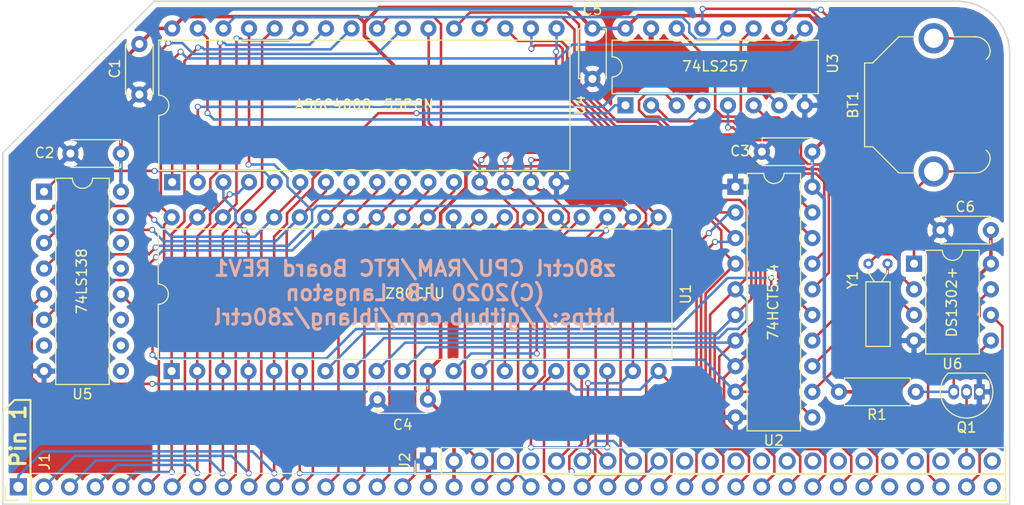
<source format=kicad_pcb>
(kicad_pcb (version 20171130) (host pcbnew "(5.1.5)-3")
  (layers (0 F.Cu signal) (31 B.Cu signal) (34 B.Paste user) (35 F.Paste user) (36 B.SilkS user) (37 F.SilkS user) (38 B.Mask user) (39 F.Mask user) (44 Edge.Cuts user))
  (net 0 "")
  (net 1 GND)
  (net 2 VCC)
  (net 3 /A15)
  (net 4 /A14)
  (net 5 /A13)
  (net 6 /A12)
  (net 7 /A11)
  (net 8 /A10)
  (net 9 /A9)
  (net 10 /A8)
  (net 11 /A7)
  (net 12 /A6)
  (net 13 /A5)
  (net 14 /A4)
  (net 15 /A3)
  (net 16 /A2)
  (net 17 /A1)
  (net 18 /A0)
  (net 19 /CLK)
  (net 20 /D0)
  (net 21 /D1)
  (net 22 /D2)
  (net 23 /D3)
  (net 24 /D4)
  (net 25 /D5)
  (net 26 /D6)
  (net 27 /D7)
  (net 28 /~BUSACK~)
  (net 29 /~IORQ)
  (net 30 /~RD)
  (net 31 /~WR)
  (net 32 /~MREQ)
  (net 33 /~INT)
  (net 34 /~RST)
  (net 35 /~M1)
  (net 36 /~RFSH)
  (net 37 /~HALT)
  (net 38 /~BUSRQ)
  (net 39 /~WAIT)
  (net 40 /~NMI)
  (net 41 /BB18)
  (net 42 /BB17)
  (net 43 /BB16)
  (net 44 /BB15)
  (net 45 /BA18)
  (net 46 /BA17)
  (net 47 /BA16)
  (net 48 /BA15)
  (net 49 /B18)
  (net 50 /B15)
  (net 51 /B17)
  (net 52 /B16)
  (net 53 "Net-(BT1-Pad1)")
  (net 54 "Net-(U2-Pad11)")
  (net 55 /MISO)
  (net 56 /SCK)
  (net 57 /~AUXCS1)
  (net 58 "Net-(Q1-Pad3)")
  (net 59 "Net-(U6-Pad2)")
  (net 60 "Net-(U6-Pad3)")
  (module Resistor_THT:R_Axial_DIN0207_L6.3mm_D2.5mm_P7.62mm_Horizontal (layer F.Cu) (at 237.032 142.2146)
    (fp_text reference R1 (at 3.7692 2.2606) (layer F.SilkS))
    (fp_text value R)
    (pad 1 thru_hole circle (at 0 0) (size 1.6 1.6) (drill 0.8) (layers *.Cu *.Mask) (net 2 VCC))
    (pad 2 thru_hole oval (at 7.62 0) (size 1.6 1.6) (drill 0.8) (layers *.Cu *.Mask) (net 58 "Net-(Q1-Pad3)"))
  )
  (module Package_TO_SOT_THT:TO-92_Inline (layer F.Cu) (at 250.952 142.2146 180)
    (fp_text reference Q1 (at 1.27 -3.5306) (layer F.SilkS))
    (fp_text value 2N7000)
    (pad 2 thru_hole oval (at 1.27 0 180) (size 1.05 1.5) (drill 0.75) (layers *.Cu *.Mask) (net 57 /~AUXCS1))
    (pad 3 thru_hole oval (at 2.54 0 180) (size 1.05 1.5) (drill 0.75) (layers *.Cu *.Mask) (net 58 "Net-(Q1-Pad3)"))
    (pad 1 thru_hole rect (at 0 0 180) (size 1.05 1.5) (drill 0.75) (layers *.Cu *.Mask) (net 1 GND))
  )
  (module Package_DIP:DIP-20_W7.62mm (layer F.Cu) (at 226.772 121.8946)
    (fp_text reference U2 (at 3.8 25.146) (layer F.SilkS))
    (fp_text value 74HCT574 (at 3.7325 11.425001 90) (layer F.SilkS))
    (pad 20 thru_hole oval (at 7.62 0) (size 1.6 1.6) (drill 0.8) (layers *.Cu *.Mask) (net 2 VCC))
    (pad 10 thru_hole oval (at 0 22.86) (size 1.6 1.6) (drill 0.8) (layers *.Cu *.Mask) (net 1 GND))
    (pad 19 thru_hole oval (at 7.62 2.54) (size 1.6 1.6) (drill 0.8) (layers *.Cu *.Mask) (net 48 /BA15))
    (pad 9 thru_hole oval (at 0 20.32) (size 1.6 1.6) (drill 0.8) (layers *.Cu *.Mask) (net 27 /D7))
    (pad 18 thru_hole oval (at 7.62 5.08) (size 1.6 1.6) (drill 0.8) (layers *.Cu *.Mask) (net 47 /BA16))
    (pad 8 thru_hole oval (at 0 17.78) (size 1.6 1.6) (drill 0.8) (layers *.Cu *.Mask) (net 26 /D6))
    (pad 17 thru_hole oval (at 7.62 7.62) (size 1.6 1.6) (drill 0.8) (layers *.Cu *.Mask) (net 46 /BA17))
    (pad 7 thru_hole oval (at 0 15.24) (size 1.6 1.6) (drill 0.8) (layers *.Cu *.Mask) (net 25 /D5))
    (pad 16 thru_hole oval (at 7.62 10.16) (size 1.6 1.6) (drill 0.8) (layers *.Cu *.Mask) (net 45 /BA18))
    (pad 6 thru_hole oval (at 0 12.7) (size 1.6 1.6) (drill 0.8) (layers *.Cu *.Mask) (net 24 /D4))
    (pad 15 thru_hole oval (at 7.62 12.7) (size 1.6 1.6) (drill 0.8) (layers *.Cu *.Mask) (net 44 /BB15))
    (pad 5 thru_hole oval (at 0 10.16) (size 1.6 1.6) (drill 0.8) (layers *.Cu *.Mask) (net 23 /D3))
    (pad 14 thru_hole oval (at 7.62 15.24) (size 1.6 1.6) (drill 0.8) (layers *.Cu *.Mask) (net 43 /BB16))
    (pad 4 thru_hole oval (at 0 7.62) (size 1.6 1.6) (drill 0.8) (layers *.Cu *.Mask) (net 22 /D2))
    (pad 13 thru_hole oval (at 7.62 17.78) (size 1.6 1.6) (drill 0.8) (layers *.Cu *.Mask) (net 42 /BB17))
    (pad 3 thru_hole oval (at 0 5.08) (size 1.6 1.6) (drill 0.8) (layers *.Cu *.Mask) (net 21 /D1))
    (pad 12 thru_hole oval (at 7.62 20.32) (size 1.6 1.6) (drill 0.8) (layers *.Cu *.Mask) (net 41 /BB18))
    (pad 2 thru_hole oval (at 0 2.54) (size 1.6 1.6) (drill 0.8) (layers *.Cu *.Mask) (net 20 /D0))
    (pad 11 thru_hole oval (at 7.62 22.86) (size 1.6 1.6) (drill 0.8) (layers *.Cu *.Mask) (net 54 "Net-(U2-Pad11)"))
    (pad 1 thru_hole rect (at 0 0) (size 1.6 1.6) (drill 0.8) (layers *.Cu *.Mask) (net 1 GND))
  )
  (module Connector_PinHeader_2.54mm:PinHeader_1x39_P2.54mm_Vertical (layer F.Cu) (at 155.702 151.638 90)
    (fp_text reference J1 (at 2.5019 2.58826 270) (layer F.SilkS))
    (fp_text value BUS)
    (pad 39 thru_hole oval (at 0 96.52 90) (size 1.7 1.7) (drill 1) (layers *.Cu *.Mask))
    (pad 38 thru_hole oval (at 0 93.98 90) (size 1.7 1.7) (drill 1) (layers *.Cu *.Mask) (net 55 /MISO))
    (pad 37 thru_hole oval (at 0 91.44 90) (size 1.7 1.7) (drill 1) (layers *.Cu *.Mask) (net 56 /SCK))
    (pad 36 thru_hole oval (at 0 88.9 90) (size 1.7 1.7) (drill 1) (layers *.Cu *.Mask))
    (pad 35 thru_hole oval (at 0 86.36 90) (size 1.7 1.7) (drill 1) (layers *.Cu *.Mask))
    (pad 34 thru_hole oval (at 0 83.82 90) (size 1.7 1.7) (drill 1) (layers *.Cu *.Mask) (net 27 /D7))
    (pad 33 thru_hole oval (at 0 81.28 90) (size 1.7 1.7) (drill 1) (layers *.Cu *.Mask) (net 26 /D6))
    (pad 32 thru_hole oval (at 0 78.74 90) (size 1.7 1.7) (drill 1) (layers *.Cu *.Mask) (net 25 /D5))
    (pad 31 thru_hole oval (at 0 76.2 90) (size 1.7 1.7) (drill 1) (layers *.Cu *.Mask) (net 24 /D4))
    (pad 30 thru_hole oval (at 0 73.66 90) (size 1.7 1.7) (drill 1) (layers *.Cu *.Mask) (net 23 /D3))
    (pad 29 thru_hole oval (at 0 71.12 90) (size 1.7 1.7) (drill 1) (layers *.Cu *.Mask) (net 22 /D2))
    (pad 28 thru_hole oval (at 0 68.58 90) (size 1.7 1.7) (drill 1) (layers *.Cu *.Mask) (net 21 /D1))
    (pad 27 thru_hole oval (at 0 66.04 90) (size 1.7 1.7) (drill 1) (layers *.Cu *.Mask) (net 20 /D0))
    (pad 26 thru_hole oval (at 0 63.5 90) (size 1.7 1.7) (drill 1) (layers *.Cu *.Mask) (net 29 /~IORQ))
    (pad 25 thru_hole oval (at 0 60.96 90) (size 1.7 1.7) (drill 1) (layers *.Cu *.Mask) (net 30 /~RD))
    (pad 24 thru_hole oval (at 0 58.42 90) (size 1.7 1.7) (drill 1) (layers *.Cu *.Mask) (net 31 /~WR))
    (pad 23 thru_hole oval (at 0 55.88 90) (size 1.7 1.7) (drill 1) (layers *.Cu *.Mask) (net 32 /~MREQ))
    (pad 22 thru_hole oval (at 0 53.34 90) (size 1.7 1.7) (drill 1) (layers *.Cu *.Mask) (net 33 /~INT))
    (pad 21 thru_hole oval (at 0 50.8 90) (size 1.7 1.7) (drill 1) (layers *.Cu *.Mask) (net 19 /CLK))
    (pad 20 thru_hole oval (at 0 48.26 90) (size 1.7 1.7) (drill 1) (layers *.Cu *.Mask) (net 34 /~RST))
    (pad 19 thru_hole oval (at 0 45.72 90) (size 1.7 1.7) (drill 1) (layers *.Cu *.Mask) (net 35 /~M1))
    (pad 18 thru_hole oval (at 0 43.18 90) (size 1.7 1.7) (drill 1) (layers *.Cu *.Mask) (net 2 VCC))
    (pad 17 thru_hole oval (at 0 40.64 90) (size 1.7 1.7) (drill 1) (layers *.Cu *.Mask) (net 1 GND))
    (pad 16 thru_hole oval (at 0 38.1 90) (size 1.7 1.7) (drill 1) (layers *.Cu *.Mask) (net 18 /A0))
    (pad 15 thru_hole oval (at 0 35.56 90) (size 1.7 1.7) (drill 1) (layers *.Cu *.Mask) (net 17 /A1))
    (pad 14 thru_hole oval (at 0 33.02 90) (size 1.7 1.7) (drill 1) (layers *.Cu *.Mask) (net 16 /A2))
    (pad 13 thru_hole oval (at 0 30.48 90) (size 1.7 1.7) (drill 1) (layers *.Cu *.Mask) (net 15 /A3))
    (pad 12 thru_hole oval (at 0 27.94 90) (size 1.7 1.7) (drill 1) (layers *.Cu *.Mask) (net 14 /A4))
    (pad 11 thru_hole oval (at 0 25.4 90) (size 1.7 1.7) (drill 1) (layers *.Cu *.Mask) (net 13 /A5))
    (pad 10 thru_hole oval (at 0 22.86 90) (size 1.7 1.7) (drill 1) (layers *.Cu *.Mask) (net 12 /A6))
    (pad 9 thru_hole oval (at 0 20.32 90) (size 1.7 1.7) (drill 1) (layers *.Cu *.Mask) (net 11 /A7))
    (pad 8 thru_hole oval (at 0 17.78 90) (size 1.7 1.7) (drill 1) (layers *.Cu *.Mask) (net 10 /A8))
    (pad 7 thru_hole oval (at 0 15.24 90) (size 1.7 1.7) (drill 1) (layers *.Cu *.Mask) (net 9 /A9))
    (pad 6 thru_hole oval (at 0 12.7 90) (size 1.7 1.7) (drill 1) (layers *.Cu *.Mask) (net 8 /A10))
    (pad 5 thru_hole oval (at 0 10.16 90) (size 1.7 1.7) (drill 1) (layers *.Cu *.Mask) (net 7 /A11))
    (pad 4 thru_hole oval (at 0 7.62 90) (size 1.7 1.7) (drill 1) (layers *.Cu *.Mask) (net 6 /A12))
    (pad 3 thru_hole oval (at 0 5.08 90) (size 1.7 1.7) (drill 1) (layers *.Cu *.Mask) (net 5 /A13))
    (pad 2 thru_hole oval (at 0 2.54 90) (size 1.7 1.7) (drill 1) (layers *.Cu *.Mask) (net 4 /A14))
    (pad 1 thru_hole rect (at 0 0 90) (size 1.7 1.7) (drill 1) (layers *.Cu *.Mask) (net 3 /A15))
  )
  (module Connector_PinHeader_2.54mm:PinHeader_1x23_P2.54mm_Vertical (layer F.Cu) (at 196.342 149.073 90)
    (fp_text reference J2 (at 0 -2.33 90) (layer F.SilkS))
    (fp_text value BUSEXT)
    (pad 23 thru_hole oval (at 0 55.88 90) (size 1.7 1.7) (drill 1) (layers *.Cu *.Mask))
    (pad 22 thru_hole oval (at 0 53.34 90) (size 1.7 1.7) (drill 1) (layers *.Cu *.Mask) (net 57 /~AUXCS1))
    (pad 21 thru_hole oval (at 0 50.8 90) (size 1.7 1.7) (drill 1) (layers *.Cu *.Mask))
    (pad 20 thru_hole oval (at 0 48.26 90) (size 1.7 1.7) (drill 1) (layers *.Cu *.Mask))
    (pad 19 thru_hole oval (at 0 45.72 90) (size 1.7 1.7) (drill 1) (layers *.Cu *.Mask))
    (pad 18 thru_hole oval (at 0 43.18 90) (size 1.7 1.7) (drill 1) (layers *.Cu *.Mask))
    (pad 17 thru_hole oval (at 0 40.64 90) (size 1.7 1.7) (drill 1) (layers *.Cu *.Mask))
    (pad 16 thru_hole oval (at 0 38.1 90) (size 1.7 1.7) (drill 1) (layers *.Cu *.Mask))
    (pad 15 thru_hole oval (at 0 35.56 90) (size 1.7 1.7) (drill 1) (layers *.Cu *.Mask))
    (pad 14 thru_hole oval (at 0 33.02 90) (size 1.7 1.7) (drill 1) (layers *.Cu *.Mask))
    (pad 13 thru_hole oval (at 0 30.48 90) (size 1.7 1.7) (drill 1) (layers *.Cu *.Mask))
    (pad 12 thru_hole oval (at 0 27.94 90) (size 1.7 1.7) (drill 1) (layers *.Cu *.Mask))
    (pad 11 thru_hole oval (at 0 25.4 90) (size 1.7 1.7) (drill 1) (layers *.Cu *.Mask))
    (pad 10 thru_hole oval (at 0 22.86 90) (size 1.7 1.7) (drill 1) (layers *.Cu *.Mask) (net 40 /~NMI))
    (pad 9 thru_hole oval (at 0 20.32 90) (size 1.7 1.7) (drill 1) (layers *.Cu *.Mask) (net 39 /~WAIT))
    (pad 8 thru_hole oval (at 0 17.78 90) (size 1.7 1.7) (drill 1) (layers *.Cu *.Mask) (net 38 /~BUSRQ))
    (pad 7 thru_hole oval (at 0 15.24 90) (size 1.7 1.7) (drill 1) (layers *.Cu *.Mask) (net 37 /~HALT))
    (pad 6 thru_hole oval (at 0 12.7 90) (size 1.7 1.7) (drill 1) (layers *.Cu *.Mask) (net 28 /~BUSACK~))
    (pad 5 thru_hole oval (at 0 10.16 90) (size 1.7 1.7) (drill 1) (layers *.Cu *.Mask))
    (pad 4 thru_hole oval (at 0 7.62 90) (size 1.7 1.7) (drill 1) (layers *.Cu *.Mask))
    (pad 3 thru_hole oval (at 0 5.08 90) (size 1.7 1.7) (drill 1) (layers *.Cu *.Mask) (net 36 /~RFSH))
    (pad 2 thru_hole oval (at 0 2.54 90) (size 1.7 1.7) (drill 1) (layers *.Cu *.Mask) (net 2 VCC))
    (pad 1 thru_hole rect (at 0 0 90) (size 1.7 1.7) (drill 1) (layers *.Cu *.Mask) (net 1 GND))
  )
  (module Package_DIP:DIP-40_W15.24mm (layer F.Cu) (at 170.8912 140.1572 90)
    (fp_text reference U1 (at 7.625 50.9524 90) (layer F.SilkS))
    (fp_text value Z80CPU (at 7.6925 24.125 180) (layer F.SilkS))
    (pad 1 thru_hole rect (at 0 0 90) (size 1.6 1.6) (drill 0.8) (layers *.Cu *.Mask) (net 7 /A11))
    (pad 21 thru_hole oval (at 15.24 48.26 90) (size 1.6 1.6) (drill 0.8) (layers *.Cu *.Mask) (net 30 /~RD))
    (pad 2 thru_hole oval (at 0 2.54 90) (size 1.6 1.6) (drill 0.8) (layers *.Cu *.Mask) (net 6 /A12))
    (pad 22 thru_hole oval (at 15.24 45.72 90) (size 1.6 1.6) (drill 0.8) (layers *.Cu *.Mask) (net 31 /~WR))
    (pad 3 thru_hole oval (at 0 5.08 90) (size 1.6 1.6) (drill 0.8) (layers *.Cu *.Mask) (net 5 /A13))
    (pad 23 thru_hole oval (at 15.24 43.18 90) (size 1.6 1.6) (drill 0.8) (layers *.Cu *.Mask) (net 28 /~BUSACK~))
    (pad 4 thru_hole oval (at 0 7.62 90) (size 1.6 1.6) (drill 0.8) (layers *.Cu *.Mask) (net 4 /A14))
    (pad 24 thru_hole oval (at 15.24 40.64 90) (size 1.6 1.6) (drill 0.8) (layers *.Cu *.Mask) (net 39 /~WAIT))
    (pad 5 thru_hole oval (at 0 10.16 90) (size 1.6 1.6) (drill 0.8) (layers *.Cu *.Mask) (net 3 /A15))
    (pad 25 thru_hole oval (at 15.24 38.1 90) (size 1.6 1.6) (drill 0.8) (layers *.Cu *.Mask) (net 38 /~BUSRQ))
    (pad 6 thru_hole oval (at 0 12.7 90) (size 1.6 1.6) (drill 0.8) (layers *.Cu *.Mask) (net 19 /CLK))
    (pad 26 thru_hole oval (at 15.24 35.56 90) (size 1.6 1.6) (drill 0.8) (layers *.Cu *.Mask) (net 34 /~RST))
    (pad 7 thru_hole oval (at 0 15.24 90) (size 1.6 1.6) (drill 0.8) (layers *.Cu *.Mask) (net 24 /D4))
    (pad 27 thru_hole oval (at 15.24 33.02 90) (size 1.6 1.6) (drill 0.8) (layers *.Cu *.Mask) (net 35 /~M1))
    (pad 8 thru_hole oval (at 0 17.78 90) (size 1.6 1.6) (drill 0.8) (layers *.Cu *.Mask) (net 23 /D3))
    (pad 28 thru_hole oval (at 15.24 30.48 90) (size 1.6 1.6) (drill 0.8) (layers *.Cu *.Mask) (net 36 /~RFSH))
    (pad 9 thru_hole oval (at 0 20.32 90) (size 1.6 1.6) (drill 0.8) (layers *.Cu *.Mask) (net 25 /D5))
    (pad 29 thru_hole oval (at 15.24 27.94 90) (size 1.6 1.6) (drill 0.8) (layers *.Cu *.Mask) (net 1 GND))
    (pad 10 thru_hole oval (at 0 22.86 90) (size 1.6 1.6) (drill 0.8) (layers *.Cu *.Mask) (net 26 /D6))
    (pad 30 thru_hole oval (at 15.24 25.4 90) (size 1.6 1.6) (drill 0.8) (layers *.Cu *.Mask) (net 18 /A0))
    (pad 11 thru_hole oval (at 0 25.4 90) (size 1.6 1.6) (drill 0.8) (layers *.Cu *.Mask) (net 2 VCC))
    (pad 31 thru_hole oval (at 15.24 22.86 90) (size 1.6 1.6) (drill 0.8) (layers *.Cu *.Mask) (net 17 /A1))
    (pad 12 thru_hole oval (at 0 27.94 90) (size 1.6 1.6) (drill 0.8) (layers *.Cu *.Mask) (net 22 /D2))
    (pad 32 thru_hole oval (at 15.24 20.32 90) (size 1.6 1.6) (drill 0.8) (layers *.Cu *.Mask) (net 16 /A2))
    (pad 13 thru_hole oval (at 0 30.48 90) (size 1.6 1.6) (drill 0.8) (layers *.Cu *.Mask) (net 27 /D7))
    (pad 33 thru_hole oval (at 15.24 17.78 90) (size 1.6 1.6) (drill 0.8) (layers *.Cu *.Mask) (net 15 /A3))
    (pad 14 thru_hole oval (at 0 33.02 90) (size 1.6 1.6) (drill 0.8) (layers *.Cu *.Mask) (net 20 /D0))
    (pad 34 thru_hole oval (at 15.24 15.24 90) (size 1.6 1.6) (drill 0.8) (layers *.Cu *.Mask) (net 14 /A4))
    (pad 15 thru_hole oval (at 0 35.56 90) (size 1.6 1.6) (drill 0.8) (layers *.Cu *.Mask) (net 21 /D1))
    (pad 35 thru_hole oval (at 15.24 12.7 90) (size 1.6 1.6) (drill 0.8) (layers *.Cu *.Mask) (net 13 /A5))
    (pad 16 thru_hole oval (at 0 38.1 90) (size 1.6 1.6) (drill 0.8) (layers *.Cu *.Mask) (net 33 /~INT))
    (pad 36 thru_hole oval (at 15.24 10.16 90) (size 1.6 1.6) (drill 0.8) (layers *.Cu *.Mask) (net 12 /A6))
    (pad 17 thru_hole oval (at 0 40.64 90) (size 1.6 1.6) (drill 0.8) (layers *.Cu *.Mask) (net 40 /~NMI))
    (pad 37 thru_hole oval (at 15.24 7.62 90) (size 1.6 1.6) (drill 0.8) (layers *.Cu *.Mask) (net 11 /A7))
    (pad 18 thru_hole oval (at 0 43.18 90) (size 1.6 1.6) (drill 0.8) (layers *.Cu *.Mask) (net 37 /~HALT))
    (pad 38 thru_hole oval (at 15.24 5.08 90) (size 1.6 1.6) (drill 0.8) (layers *.Cu *.Mask) (net 10 /A8))
    (pad 19 thru_hole oval (at 0 45.72 90) (size 1.6 1.6) (drill 0.8) (layers *.Cu *.Mask) (net 32 /~MREQ))
    (pad 39 thru_hole oval (at 15.24 2.54 90) (size 1.6 1.6) (drill 0.8) (layers *.Cu *.Mask) (net 9 /A9))
    (pad 20 thru_hole oval (at 0 48.26 90) (size 1.6 1.6) (drill 0.8) (layers *.Cu *.Mask) (net 29 /~IORQ))
    (pad 40 thru_hole oval (at 15.24 0 90) (size 1.6 1.6) (drill 0.8) (layers *.Cu *.Mask) (net 8 /A10))
  )
  (module Package_DIP:DIP-16_W7.62mm (layer F.Cu) (at 215.8746 113.8174 90)
    (fp_text reference U3 (at 4.1402 20.5486 90) (layer F.SilkS))
    (fp_text value 74LS257 (at 3.8675 8.875 180) (layer F.SilkS))
    (pad 16 thru_hole oval (at 7.62 0 90) (size 1.6 1.6) (drill 0.8) (layers *.Cu *.Mask) (net 2 VCC))
    (pad 8 thru_hole oval (at 0 17.78 90) (size 1.6 1.6) (drill 0.8) (layers *.Cu *.Mask) (net 1 GND))
    (pad 15 thru_hole oval (at 7.62 2.54 90) (size 1.6 1.6) (drill 0.8) (layers *.Cu *.Mask) (net 1 GND))
    (pad 7 thru_hole oval (at 0 15.24 90) (size 1.6 1.6) (drill 0.8) (layers *.Cu *.Mask) (net 52 /B16))
    (pad 14 thru_hole oval (at 7.62 5.08 90) (size 1.6 1.6) (drill 0.8) (layers *.Cu *.Mask) (net 46 /BA17))
    (pad 6 thru_hole oval (at 0 12.7 90) (size 1.6 1.6) (drill 0.8) (layers *.Cu *.Mask) (net 43 /BB16))
    (pad 13 thru_hole oval (at 7.62 7.62 90) (size 1.6 1.6) (drill 0.8) (layers *.Cu *.Mask) (net 42 /BB17))
    (pad 5 thru_hole oval (at 0 10.16 90) (size 1.6 1.6) (drill 0.8) (layers *.Cu *.Mask) (net 47 /BA16))
    (pad 12 thru_hole oval (at 7.62 10.16 90) (size 1.6 1.6) (drill 0.8) (layers *.Cu *.Mask) (net 51 /B17))
    (pad 4 thru_hole oval (at 0 7.62 90) (size 1.6 1.6) (drill 0.8) (layers *.Cu *.Mask) (net 50 /B15))
    (pad 11 thru_hole oval (at 7.62 12.7 90) (size 1.6 1.6) (drill 0.8) (layers *.Cu *.Mask) (net 45 /BA18))
    (pad 3 thru_hole oval (at 0 5.08 90) (size 1.6 1.6) (drill 0.8) (layers *.Cu *.Mask) (net 44 /BB15))
    (pad 10 thru_hole oval (at 7.62 15.24 90) (size 1.6 1.6) (drill 0.8) (layers *.Cu *.Mask) (net 41 /BB18))
    (pad 2 thru_hole oval (at 0 2.54 90) (size 1.6 1.6) (drill 0.8) (layers *.Cu *.Mask) (net 48 /BA15))
    (pad 9 thru_hole oval (at 7.62 17.78 90) (size 1.6 1.6) (drill 0.8) (layers *.Cu *.Mask) (net 49 /B18))
    (pad 1 thru_hole rect (at 0 0 90) (size 1.6 1.6) (drill 0.8) (layers *.Cu *.Mask) (net 3 /A15))
  )
  (module Package_DIP:DIP-32_W15.24mm (layer F.Cu) (at 170.942 121.4374 90)
    (fp_text reference U4 (at 7.625 40.4114 90) (layer F.SilkS))
    (fp_text value AS6C4008-55PCN (at 7.6925 19.05 180) (layer F.SilkS))
    (pad 1 thru_hole rect (at 0 0 90) (size 1.6 1.6) (drill 0.8) (layers *.Cu *.Mask) (net 49 /B18))
    (pad 17 thru_hole oval (at 15.24 38.1 90) (size 1.6 1.6) (drill 0.8) (layers *.Cu *.Mask) (net 23 /D3))
    (pad 2 thru_hole oval (at 0 2.54 90) (size 1.6 1.6) (drill 0.8) (layers *.Cu *.Mask) (net 52 /B16))
    (pad 18 thru_hole oval (at 15.24 35.56 90) (size 1.6 1.6) (drill 0.8) (layers *.Cu *.Mask) (net 24 /D4))
    (pad 3 thru_hole oval (at 0 5.08 90) (size 1.6 1.6) (drill 0.8) (layers *.Cu *.Mask) (net 4 /A14))
    (pad 19 thru_hole oval (at 15.24 33.02 90) (size 1.6 1.6) (drill 0.8) (layers *.Cu *.Mask) (net 25 /D5))
    (pad 4 thru_hole oval (at 0 7.62 90) (size 1.6 1.6) (drill 0.8) (layers *.Cu *.Mask) (net 6 /A12))
    (pad 20 thru_hole oval (at 15.24 30.48 90) (size 1.6 1.6) (drill 0.8) (layers *.Cu *.Mask) (net 26 /D6))
    (pad 5 thru_hole oval (at 0 10.16 90) (size 1.6 1.6) (drill 0.8) (layers *.Cu *.Mask) (net 11 /A7))
    (pad 21 thru_hole oval (at 15.24 27.94 90) (size 1.6 1.6) (drill 0.8) (layers *.Cu *.Mask) (net 27 /D7))
    (pad 6 thru_hole oval (at 0 12.7 90) (size 1.6 1.6) (drill 0.8) (layers *.Cu *.Mask) (net 12 /A6))
    (pad 22 thru_hole oval (at 15.24 25.4 90) (size 1.6 1.6) (drill 0.8) (layers *.Cu *.Mask) (net 32 /~MREQ))
    (pad 7 thru_hole oval (at 0 15.24 90) (size 1.6 1.6) (drill 0.8) (layers *.Cu *.Mask) (net 13 /A5))
    (pad 23 thru_hole oval (at 15.24 22.86 90) (size 1.6 1.6) (drill 0.8) (layers *.Cu *.Mask) (net 8 /A10))
    (pad 8 thru_hole oval (at 0 17.78 90) (size 1.6 1.6) (drill 0.8) (layers *.Cu *.Mask) (net 14 /A4))
    (pad 24 thru_hole oval (at 15.24 20.32 90) (size 1.6 1.6) (drill 0.8) (layers *.Cu *.Mask) (net 30 /~RD))
    (pad 9 thru_hole oval (at 0 20.32 90) (size 1.6 1.6) (drill 0.8) (layers *.Cu *.Mask) (net 15 /A3))
    (pad 25 thru_hole oval (at 15.24 17.78 90) (size 1.6 1.6) (drill 0.8) (layers *.Cu *.Mask) (net 7 /A11))
    (pad 10 thru_hole oval (at 0 22.86 90) (size 1.6 1.6) (drill 0.8) (layers *.Cu *.Mask) (net 16 /A2))
    (pad 26 thru_hole oval (at 15.24 15.24 90) (size 1.6 1.6) (drill 0.8) (layers *.Cu *.Mask) (net 9 /A9))
    (pad 11 thru_hole oval (at 0 25.4 90) (size 1.6 1.6) (drill 0.8) (layers *.Cu *.Mask) (net 17 /A1))
    (pad 27 thru_hole oval (at 15.24 12.7 90) (size 1.6 1.6) (drill 0.8) (layers *.Cu *.Mask) (net 10 /A8))
    (pad 12 thru_hole oval (at 0 27.94 90) (size 1.6 1.6) (drill 0.8) (layers *.Cu *.Mask) (net 18 /A0))
    (pad 28 thru_hole oval (at 15.24 10.16 90) (size 1.6 1.6) (drill 0.8) (layers *.Cu *.Mask) (net 5 /A13))
    (pad 13 thru_hole oval (at 0 30.48 90) (size 1.6 1.6) (drill 0.8) (layers *.Cu *.Mask) (net 20 /D0))
    (pad 29 thru_hole oval (at 15.24 7.62 90) (size 1.6 1.6) (drill 0.8) (layers *.Cu *.Mask) (net 31 /~WR))
    (pad 14 thru_hole oval (at 0 33.02 90) (size 1.6 1.6) (drill 0.8) (layers *.Cu *.Mask) (net 21 /D1))
    (pad 30 thru_hole oval (at 15.24 5.08 90) (size 1.6 1.6) (drill 0.8) (layers *.Cu *.Mask) (net 51 /B17))
    (pad 15 thru_hole oval (at 0 35.56 90) (size 1.6 1.6) (drill 0.8) (layers *.Cu *.Mask) (net 22 /D2))
    (pad 31 thru_hole oval (at 15.24 2.54 90) (size 1.6 1.6) (drill 0.8) (layers *.Cu *.Mask) (net 50 /B15))
    (pad 16 thru_hole oval (at 0 38.1 90) (size 1.6 1.6) (drill 0.8) (layers *.Cu *.Mask) (net 1 GND))
    (pad 32 thru_hole oval (at 15.24 0 90) (size 1.6 1.6) (drill 0.8) (layers *.Cu *.Mask) (net 2 VCC))
  )
  (module Battery:BatteryHolder_Keystone_3001_1x12mm (layer F.Cu) (at 246.425 113.77288 90)
    (fp_text reference BT1 (at 0 -8 90) (layer F.SilkS))
    (fp_text value BATT)
    (pad 1 thru_hole circle (at -6.6 0 90) (size 3 3) (drill 1.9) (layers *.Cu *.Mask) (net 53 "Net-(BT1-Pad1)"))
    (pad 1 thru_hole circle (at 6.6 0 90) (size 3 3) (drill 1.9) (layers *.Cu *.Mask) (net 53 "Net-(BT1-Pad1)"))
    (pad 2 smd circle (at 0 0 90) (size 9 9) (layers F.Cu F.Mask) (net 1 GND))
  )
  (module Capacitor_THT:C_Disc_D4.7mm_W2.5mm_P5.00mm (layer F.Cu) (at 167.6908 107.7468 270)
    (fp_text reference C1 (at 2.4384 2.4384 90) (layer F.SilkS))
    (fp_text value C)
    (pad 1 thru_hole circle (at 0 0 270) (size 1.6 1.6) (drill 0.8) (layers *.Cu *.Mask) (net 2 VCC))
    (pad 2 thru_hole circle (at 5 0 270) (size 1.6 1.6) (drill 0.8) (layers *.Cu *.Mask) (net 1 GND))
  )
  (module Capacitor_THT:C_Disc_D4.7mm_W2.5mm_P5.00mm (layer F.Cu) (at 165.862 118.5926 180)
    (fp_text reference C2 (at 7.5692 0.0675) (layer F.SilkS))
    (fp_text value C)
    (pad 2 thru_hole circle (at 5 0 180) (size 1.6 1.6) (drill 0.8) (layers *.Cu *.Mask) (net 1 GND))
    (pad 1 thru_hole circle (at 0 0 180) (size 1.6 1.6) (drill 0.8) (layers *.Cu *.Mask) (net 2 VCC))
  )
  (module Capacitor_THT:C_Disc_D4.7mm_W2.5mm_P5.00mm (layer F.Cu) (at 234.392 118.4148 180)
    (fp_text reference C3 (at 7.1636 0.0675) (layer F.SilkS))
    (fp_text value C)
    (pad 1 thru_hole circle (at 0 0 180) (size 1.6 1.6) (drill 0.8) (layers *.Cu *.Mask) (net 2 VCC))
    (pad 2 thru_hole circle (at 5 0 180) (size 1.6 1.6) (drill 0.8) (layers *.Cu *.Mask) (net 1 GND))
  )
  (module Capacitor_THT:C_Disc_D4.7mm_W2.5mm_P5.00mm (layer F.Cu) (at 196.2912 142.9766 180)
    (fp_text reference C4 (at 2.5 -2.5) (layer F.SilkS))
    (fp_text value C)
    (pad 2 thru_hole circle (at 5 0 180) (size 1.6 1.6) (drill 0.8) (layers *.Cu *.Mask) (net 1 GND))
    (pad 1 thru_hole circle (at 0 0 180) (size 1.6 1.6) (drill 0.8) (layers *.Cu *.Mask) (net 2 VCC))
  )
  (module Capacitor_THT:C_Disc_D4.7mm_W2.5mm_P5.00mm (layer F.Cu) (at 212.598 106.1974 270)
    (fp_text reference C5 (at -1.8542 0 180) (layer F.SilkS))
    (fp_text value C)
    (pad 2 thru_hole circle (at 5 0 270) (size 1.6 1.6) (drill 0.8) (layers *.Cu *.Mask) (net 1 GND))
    (pad 1 thru_hole circle (at 0 0 270) (size 1.6 1.6) (drill 0.8) (layers *.Cu *.Mask) (net 2 VCC))
  )
  (module Package_DIP:DIP-16_W7.62mm (layer F.Cu) (at 158.242 122.3772)
    (fp_text reference U5 (at 3.8 20.066) (layer F.SilkS))
    (fp_text value 74LS138 (at 3.7325 8.875 90) (layer F.SilkS))
    (pad 1 thru_hole rect (at 0 0) (size 1.6 1.6) (drill 0.8) (layers *.Cu *.Mask) (net 11 /A7))
    (pad 9 thru_hole oval (at 7.62 17.78) (size 1.6 1.6) (drill 0.8) (layers *.Cu *.Mask))
    (pad 2 thru_hole oval (at 0 2.54) (size 1.6 1.6) (drill 0.8) (layers *.Cu *.Mask) (net 12 /A6))
    (pad 10 thru_hole oval (at 7.62 15.24) (size 1.6 1.6) (drill 0.8) (layers *.Cu *.Mask))
    (pad 3 thru_hole oval (at 0 5.08) (size 1.6 1.6) (drill 0.8) (layers *.Cu *.Mask) (net 13 /A5))
    (pad 11 thru_hole oval (at 7.62 12.7) (size 1.6 1.6) (drill 0.8) (layers *.Cu *.Mask))
    (pad 4 thru_hole oval (at 0 7.62) (size 1.6 1.6) (drill 0.8) (layers *.Cu *.Mask) (net 31 /~WR))
    (pad 12 thru_hole oval (at 7.62 10.16) (size 1.6 1.6) (drill 0.8) (layers *.Cu *.Mask) (net 54 "Net-(U2-Pad11)"))
    (pad 5 thru_hole oval (at 0 10.16) (size 1.6 1.6) (drill 0.8) (layers *.Cu *.Mask) (net 29 /~IORQ))
    (pad 13 thru_hole oval (at 7.62 7.62) (size 1.6 1.6) (drill 0.8) (layers *.Cu *.Mask))
    (pad 6 thru_hole oval (at 0 12.7) (size 1.6 1.6) (drill 0.8) (layers *.Cu *.Mask) (net 14 /A4))
    (pad 14 thru_hole oval (at 7.62 5.08) (size 1.6 1.6) (drill 0.8) (layers *.Cu *.Mask))
    (pad 7 thru_hole oval (at 0 15.24) (size 1.6 1.6) (drill 0.8) (layers *.Cu *.Mask))
    (pad 15 thru_hole oval (at 7.62 2.54) (size 1.6 1.6) (drill 0.8) (layers *.Cu *.Mask))
    (pad 8 thru_hole oval (at 0 17.78) (size 1.6 1.6) (drill 0.8) (layers *.Cu *.Mask) (net 1 GND))
    (pad 16 thru_hole oval (at 7.62 0) (size 1.6 1.6) (drill 0.8) (layers *.Cu *.Mask) (net 2 VCC))
  )
  (module Capacitor_THT:C_Disc_D4.7mm_W2.5mm_P5.00mm (layer F.Cu) (at 252.095 126.1872 180)
    (fp_text reference C6 (at 2.54 2.3114) (layer F.SilkS))
    (fp_text value C)
    (pad 1 thru_hole circle (at 0 0 180) (size 1.6 1.6) (drill 0.8) (layers *.Cu *.Mask) (net 2 VCC))
    (pad 2 thru_hole circle (at 5 0 180) (size 1.6 1.6) (drill 0.8) (layers *.Cu *.Mask) (net 1 GND))
  )
  (module Package_DIP:DIP-8_W7.62mm (layer F.Cu) (at 244.475 129.5146)
    (fp_text reference U6 (at 3.8 9.9314) (layer F.SilkS))
    (fp_text value DS1302+ (at 3.7325 3.8 90) (layer F.SilkS))
    (pad 8 thru_hole oval (at 7.62 0) (size 1.6 1.6) (drill 0.8) (layers *.Cu *.Mask) (net 2 VCC))
    (pad 4 thru_hole oval (at 0 7.62) (size 1.6 1.6) (drill 0.8) (layers *.Cu *.Mask) (net 1 GND))
    (pad 7 thru_hole oval (at 7.62 2.54) (size 1.6 1.6) (drill 0.8) (layers *.Cu *.Mask) (net 56 /SCK))
    (pad 3 thru_hole oval (at 0 5.08) (size 1.6 1.6) (drill 0.8) (layers *.Cu *.Mask) (net 60 "Net-(U6-Pad3)"))
    (pad 6 thru_hole oval (at 7.62 5.08) (size 1.6 1.6) (drill 0.8) (layers *.Cu *.Mask) (net 55 /MISO))
    (pad 2 thru_hole oval (at 0 2.54) (size 1.6 1.6) (drill 0.8) (layers *.Cu *.Mask) (net 59 "Net-(U6-Pad2)"))
    (pad 5 thru_hole oval (at 7.62 7.62) (size 1.6 1.6) (drill 0.8) (layers *.Cu *.Mask) (net 58 "Net-(Q1-Pad3)"))
    (pad 1 thru_hole rect (at 0 0) (size 1.6 1.6) (drill 0.8) (layers *.Cu *.Mask) (net 53 "Net-(BT1-Pad1)"))
  )
  (module Crystal:Crystal_DS26_D2.0mm_L6.0mm_Horizontal (layer F.Cu) (at 239.9538 129.5146)
    (fp_text reference Y1 (at -1.57 1.625 90) (layer F.SilkS))
    (fp_text value XTAL)
    (pad 1 thru_hole circle (at 0 0) (size 1 1) (drill 0.5) (layers *.Cu *.Mask) (net 59 "Net-(U6-Pad2)"))
    (pad 2 thru_hole circle (at 1.9 0) (size 1 1) (drill 0.5) (layers *.Cu *.Mask) (net 60 "Net-(U6-Pad3)"))
  )
  (gr_text "z80ctrl CPU/RAM/RTC Board REV1\n(C)2020 J.B. Langston\nhttps://github.com/jblang/z80ctrl" (at 195.0162 132.4102) (layer B.SilkS) (effects (font (size 1.5 1.5) (thickness 0.3)) (justify mirror)))
  (gr_line (start 156.8958 143.01978) (end 156.8958 153.13152) (angle 90) (layer F.SilkS) (width 0.2))
  (gr_line (start 155.32608 143.01978) (end 156.8958 143.01978) (angle 90) (layer F.SilkS) (width 0.2))
  (gr_line (start 154.14498 153.13152) (end 154.14498 144.20088) (angle 90) (layer F.SilkS) (width 0.2))
  (gr_line (start 154.14498 144.20088) (end 155.32608 143.01978) (angle 90) (layer F.SilkS) (width 0.2))
  (gr_text "Pin 1" (at 155.68168 146.60118 90) (layer F.SilkS) (effects (font (size 1.5 1.5) (thickness 0.3))))
  (gr_line (start 156.8958 153.13152) (end 156.93136 153.13152) (angle 90) (layer F.SilkS) (width 0.2))
  (gr_arc (start 248.7706 108.685) (end 248.7708 103.505) (angle 90) (layer Edge.Cuts) (width 0.15))
  (gr_line (start 169.164 103.505) (end 154.1526 118.5164) (angle 90) (layer Edge.Cuts) (width 0.15))
  (gr_line (start 253.9526 108.685) (end 253.9526 153.3652) (angle 90) (layer Edge.Cuts) (width 0.15))
  (gr_line (start 248.7708 103.505) (end 169.164 103.505) (angle 90) (layer Edge.Cuts) (width 0.15))
  (gr_line (start 154.1526 118.5164) (end 154.1526 153.3652) (angle 90) (layer Edge.Cuts) (width 0.15))
  (gr_line (start 154.1526 153.3652) (end 253.9526 153.3652) (angle 90) (layer Edge.Cuts) (width 0.15))
  (segment (start 198.882 151.638) (end 198.882 149.073) (width 0.35) (layer F.Cu) (net 2))
  (segment (start 196.2912 140.1572) (end 196.2912 142.9766) (width 0.35) (layer F.Cu) (net 2))
  (segment (start 198.882 145.5674) (end 198.882 149.073) (width 0.35) (layer F.Cu) (net 2))
  (segment (start 196.2912 142.9766) (end 198.882 145.5674) (width 0.35) (layer F.Cu) (net 2))
  (segment (start 165.862 109.5756) (end 167.6908 107.7468) (width 0.35) (layer F.Cu) (net 2))
  (segment (start 165.862 118.5926) (end 165.862 109.5756) (width 0.35) (layer F.Cu) (net 2))
  (segment (start 169.2402 106.1974) (end 170.942 106.1974) (width 0.35) (layer F.Cu) (net 2))
  (segment (start 167.6908 107.7468) (end 169.2402 106.1974) (width 0.35) (layer F.Cu) (net 2))
  (segment (start 235.5304 117.2764) (end 234.392 118.4148) (width 0.35) (layer F.Cu) (net 2))
  (segment (start 235.5304 106.334198) (end 235.5304 117.2764) (width 0.35) (layer F.Cu) (net 2))
  (segment (start 234.123602 104.9274) (end 235.5304 106.334198) (width 0.35) (layer F.Cu) (net 2))
  (segment (start 215.8746 106.1974) (end 217.1446 104.9274) (width 0.35) (layer F.Cu) (net 2))
  (segment (start 217.1446 104.9274) (end 234.123602 104.9274) (width 0.35) (layer F.Cu) (net 2))
  (segment (start 234.392 118.4148) (end 234.392 121.8946) (width 0.35) (layer B.Cu) (net 2))
  (segment (start 165.862 121.24583) (end 165.862 118.5926) (width 0.35) (layer B.Cu) (net 2))
  (segment (start 165.862 122.3772) (end 165.862 121.24583) (width 0.35) (layer B.Cu) (net 2))
  (segment (start 252.095 129.5146) (end 252.095 126.1872) (width 0.35) (layer F.Cu) (net 2))
  (segment (start 189.401199 105.022399) (end 189.992 105.6132) (width 0.35) (layer F.Cu) (net 2))
  (segment (start 170.942 106.1974) (end 172.117001 105.022399) (width 0.35) (layer F.Cu) (net 2))
  (segment (start 172.117001 105.022399) (end 189.401199 105.022399) (width 0.35) (layer F.Cu) (net 2))
  (segment (start 211.798001 105.397401) (end 212.598 106.1974) (width 0.35) (layer F.Cu) (net 2))
  (segment (start 210.5152 104.1146) (end 211.798001 105.397401) (width 0.35) (layer F.Cu) (net 2))
  (segment (start 191.4906 104.1146) (end 210.5152 104.1146) (width 0.35) (layer F.Cu) (net 2))
  (segment (start 189.992 105.6132) (end 191.4906 104.1146) (width 0.35) (layer F.Cu) (net 2))
  (segment (start 196.2912 140.1572) (end 197.55401 138.89439) (width 0.35) (layer F.Cu) (net 2))
  (segment (start 197.55401 138.89439) (end 197.55401 124.51799) (width 0.35) (layer F.Cu) (net 2))
  (segment (start 195.874001 112.816001) (end 189.992 106.934) (width 0.35) (layer F.Cu) (net 2))
  (segment (start 197.55401 124.51799) (end 200.057001 122.014999) (width 0.35) (layer F.Cu) (net 2))
  (segment (start 200.057001 122.014999) (end 200.057001 119.953336) (width 0.35) (layer F.Cu) (net 2))
  (segment (start 200.057001 119.953336) (end 195.874001 115.770336) (width 0.35) (layer F.Cu) (net 2))
  (segment (start 195.874001 115.770336) (end 195.874001 112.816001) (width 0.35) (layer F.Cu) (net 2))
  (segment (start 189.992 106.934) (end 189.992 105.6132) (width 0.35) (layer F.Cu) (net 2))
  (segment (start 234.392 121.8946) (end 235.585 123.0876) (width 0.35) (layer B.Cu) (net 2))
  (segment (start 235.585 140.7676) (end 237.032 142.2146) (width 0.35) (layer B.Cu) (net 2))
  (segment (start 235.585 123.0876) (end 235.585 140.7676) (width 0.35) (layer B.Cu) (net 2))
  (segment (start 242.7732 142.2146) (end 250.469988 134.517812) (width 0.35) (layer F.Cu) (net 2))
  (segment (start 237.032 142.2146) (end 242.7732 142.2146) (width 0.35) (layer F.Cu) (net 2))
  (segment (start 251.295001 130.314599) (end 252.095 129.5146) (width 0.35) (layer F.Cu) (net 2))
  (segment (start 250.469988 133.847486) (end 250.469988 131.139612) (width 0.35) (layer F.Cu) (net 2))
  (segment (start 250.469988 131.139612) (end 251.295001 130.314599) (width 0.35) (layer F.Cu) (net 2))
  (segment (start 250.469988 134.517812) (end 250.469988 133.847486) (width 0.35) (layer F.Cu) (net 2))
  (segment (start 212.598 106.1974) (end 215.8746 106.1974) (width 0.35) (layer B.Cu) (net 2))
  (via (at 181.067854 150.28842) (size 0.6) (drill 0.4) (layers F.Cu B.Cu) (net 3))
  (segment (start 181.0512 140.1572) (end 181.0512 150.271766) (width 0.25) (layer F.Cu) (net 3))
  (segment (start 181.0512 150.271766) (end 181.067854 150.28842) (width 0.25) (layer F.Cu) (net 3))
  (segment (start 178.896905 148.117471) (end 180.767855 149.988421) (width 0.25) (layer B.Cu) (net 3))
  (segment (start 180.767855 149.988421) (end 181.067854 150.28842) (width 0.25) (layer B.Cu) (net 3))
  (segment (start 155.702 150.538) (end 158.122529 148.117471) (width 0.25) (layer B.Cu) (net 3))
  (segment (start 158.122529 148.117471) (end 178.896905 148.117471) (width 0.25) (layer B.Cu) (net 3))
  (segment (start 155.702 151.638) (end 155.702 150.538) (width 0.25) (layer B.Cu) (net 3))
  (via (at 195.158604 114.594812) (size 0.6) (drill 0.4) (layers F.Cu B.Cu) (net 3))
  (segment (start 195.582868 114.594812) (end 195.158604 114.594812) (width 0.25) (layer B.Cu) (net 3))
  (segment (start 214.047188 114.594812) (end 195.582868 114.594812) (width 0.25) (layer B.Cu) (net 3))
  (segment (start 214.8246 113.8174) (end 214.047188 114.594812) (width 0.25) (layer B.Cu) (net 3))
  (segment (start 215.8746 113.8174) (end 214.8246 113.8174) (width 0.25) (layer B.Cu) (net 3))
  (segment (start 194.73434 114.594812) (end 195.158604 114.594812) (width 0.25) (layer F.Cu) (net 3))
  (segment (start 184.8612 121.11474) (end 191.381128 114.594812) (width 0.25) (layer F.Cu) (net 3))
  (segment (start 181.0512 126.82079) (end 182.3212 125.55079) (width 0.25) (layer F.Cu) (net 3))
  (segment (start 182.3212 125.55079) (end 182.3212 124.517801) (width 0.25) (layer F.Cu) (net 3))
  (segment (start 191.381128 114.594812) (end 194.73434 114.594812) (width 0.25) (layer F.Cu) (net 3))
  (segment (start 181.0512 140.1572) (end 181.0512 126.82079) (width 0.25) (layer F.Cu) (net 3))
  (segment (start 184.8612 121.977801) (end 184.8612 121.11474) (width 0.25) (layer F.Cu) (net 3))
  (segment (start 182.3212 124.517801) (end 184.8612 121.977801) (width 0.25) (layer F.Cu) (net 3))
  (via (at 178.536044 150.288238) (size 0.6) (drill 0.4) (layers F.Cu B.Cu) (net 4))
  (segment (start 178.5112 140.1572) (end 178.5112 150.263394) (width 0.25) (layer F.Cu) (net 4))
  (segment (start 178.5112 150.263394) (end 178.536044 150.288238) (width 0.25) (layer F.Cu) (net 4))
  (segment (start 178.5112 140.1572) (end 178.5112 126.625157) (width 0.25) (layer F.Cu) (net 4))
  (segment (start 178.5112 126.625157) (end 178.1048 126.218757) (width 0.25) (layer F.Cu) (net 4))
  (via (at 178.1048 126.218757) (size 0.6) (drill 0.4) (layers F.Cu B.Cu) (net 4))
  (segment (start 161.312518 148.567482) (end 176.815288 148.567482) (width 0.25) (layer B.Cu) (net 4))
  (segment (start 178.236045 149.988239) (end 178.536044 150.288238) (width 0.25) (layer B.Cu) (net 4))
  (segment (start 158.242 151.638) (end 161.312518 148.567482) (width 0.25) (layer B.Cu) (net 4))
  (segment (start 176.815288 148.567482) (end 178.236045 149.988239) (width 0.25) (layer B.Cu) (net 4))
  (segment (start 177.804801 125.918758) (end 178.1048 126.218757) (width 0.25) (layer B.Cu) (net 4))
  (segment (start 177.2412 125.355157) (end 177.804801 125.918758) (width 0.25) (layer B.Cu) (net 4))
  (segment (start 176.022 121.4374) (end 176.022 123.0122) (width 0.25) (layer B.Cu) (net 4))
  (segment (start 176.022 123.0122) (end 177.2412 124.2314) (width 0.25) (layer B.Cu) (net 4))
  (segment (start 177.2412 124.2314) (end 177.2412 125.355157) (width 0.25) (layer B.Cu) (net 4))
  (via (at 175.941145 150.290409) (size 0.6) (drill 0.4) (layers F.Cu B.Cu) (net 5))
  (segment (start 175.9712 150.260354) (end 175.941145 150.290409) (width 0.25) (layer F.Cu) (net 5))
  (segment (start 175.9712 140.1572) (end 175.9712 150.260354) (width 0.25) (layer F.Cu) (net 5))
  (segment (start 160.782 151.638) (end 163.402507 149.017493) (width 0.25) (layer B.Cu) (net 5))
  (segment (start 163.402507 149.017493) (end 174.668229 149.017493) (width 0.25) (layer B.Cu) (net 5))
  (segment (start 174.668229 149.017493) (end 175.641146 149.99041) (width 0.25) (layer B.Cu) (net 5))
  (segment (start 175.641146 149.99041) (end 175.941145 150.290409) (width 0.25) (layer B.Cu) (net 5))
  (segment (start 179.8574 107.442) (end 181.102 106.1974) (width 0.25) (layer F.Cu) (net 5))
  (segment (start 175.9712 140.1572) (end 175.9712 126.582202) (width 0.25) (layer F.Cu) (net 5))
  (segment (start 177.2158 125.337602) (end 177.2158 124.547598) (width 0.25) (layer F.Cu) (net 5))
  (segment (start 175.9712 126.582202) (end 177.2158 125.337602) (width 0.25) (layer F.Cu) (net 5))
  (segment (start 179.8574 121.905998) (end 179.8574 107.442) (width 0.25) (layer F.Cu) (net 5))
  (segment (start 177.2158 124.547598) (end 179.8574 121.905998) (width 0.25) (layer F.Cu) (net 5))
  (segment (start 173.4312 140.1572) (end 173.4312 150.2664) (width 0.25) (layer F.Cu) (net 6))
  (via (at 173.4312 150.2664) (size 0.6) (drill 0.4) (layers F.Cu B.Cu) (net 6))
  (segment (start 163.322 151.638) (end 165.492496 149.467504) (width 0.25) (layer B.Cu) (net 6))
  (segment (start 172.632304 149.467504) (end 173.131201 149.966401) (width 0.25) (layer B.Cu) (net 6))
  (segment (start 173.131201 149.966401) (end 173.4312 150.2664) (width 0.25) (layer B.Cu) (net 6))
  (segment (start 165.492496 149.467504) (end 172.632304 149.467504) (width 0.25) (layer B.Cu) (net 6))
  (segment (start 174.7012 125.55079) (end 174.7012 124.580526) (width 0.25) (layer F.Cu) (net 6))
  (segment (start 177.364684 122.634716) (end 176.64701 122.634716) (width 0.25) (layer B.Cu) (net 6))
  (segment (start 176.347011 122.934715) (end 176.64701 122.634716) (width 0.25) (layer F.Cu) (net 6))
  (segment (start 174.7012 124.580526) (end 176.347011 122.934715) (width 0.25) (layer F.Cu) (net 6))
  (segment (start 173.4312 126.82079) (end 174.7012 125.55079) (width 0.25) (layer F.Cu) (net 6))
  (segment (start 178.562 121.4374) (end 177.364684 122.634716) (width 0.25) (layer B.Cu) (net 6))
  (via (at 176.64701 122.634716) (size 0.6) (drill 0.4) (layers F.Cu B.Cu) (net 6))
  (segment (start 173.4312 140.1572) (end 173.4312 126.82079) (width 0.25) (layer F.Cu) (net 6))
  (via (at 170.891202 150.157202) (size 0.6) (drill 0.4) (layers F.Cu B.Cu) (net 7))
  (segment (start 170.8912 140.1572) (end 170.8912 150.1572) (width 0.25) (layer F.Cu) (net 7))
  (segment (start 165.862 151.638) (end 167.342798 150.157202) (width 0.25) (layer B.Cu) (net 7))
  (segment (start 170.8912 150.1572) (end 170.891202 150.157202) (width 0.25) (layer F.Cu) (net 7))
  (segment (start 167.342798 150.157202) (end 170.891202 150.157202) (width 0.25) (layer B.Cu) (net 7))
  (segment (start 170.8912 126.582202) (end 172.1612 125.312202) (width 0.25) (layer F.Cu) (net 7))
  (segment (start 173.931664 108.094179) (end 173.5074 108.094179) (width 0.25) (layer B.Cu) (net 7))
  (segment (start 174.106663 108.269178) (end 173.931664 108.094179) (width 0.25) (layer B.Cu) (net 7))
  (segment (start 172.1612 109.440379) (end 173.207401 108.394178) (width 0.25) (layer F.Cu) (net 7))
  (segment (start 186.650222 108.269178) (end 174.106663 108.269178) (width 0.25) (layer B.Cu) (net 7))
  (segment (start 172.1612 125.312202) (end 172.1612 109.440379) (width 0.25) (layer F.Cu) (net 7))
  (segment (start 170.8912 140.1572) (end 170.8912 126.582202) (width 0.25) (layer F.Cu) (net 7))
  (segment (start 188.722 106.1974) (end 186.650222 108.269178) (width 0.25) (layer B.Cu) (net 7))
  (via (at 173.5074 108.094179) (size 0.6) (drill 0.4) (layers F.Cu B.Cu) (net 7))
  (segment (start 173.207401 108.394178) (end 173.5074 108.094179) (width 0.25) (layer F.Cu) (net 7))
  (segment (start 170.144602 125.663798) (end 170.8912 124.9172) (width 0.25) (layer F.Cu) (net 8))
  (segment (start 170.144602 129.306602) (end 170.144602 125.663798) (width 0.25) (layer F.Cu) (net 8))
  (segment (start 169.6212 129.830004) (end 170.144602 129.306602) (width 0.25) (layer F.Cu) (net 8))
  (segment (start 169.6212 150.4188) (end 169.6212 129.830004) (width 0.25) (layer F.Cu) (net 8))
  (segment (start 168.402 151.638) (end 169.6212 150.4188) (width 0.25) (layer F.Cu) (net 8))
  (via (at 170.561 107.6452) (size 0.6) (drill 0.4) (layers F.Cu B.Cu) (net 8))
  (segment (start 169.816999 108.389201) (end 170.561 107.6452) (width 0.25) (layer F.Cu) (net 8))
  (segment (start 170.8912 124.9172) (end 169.816999 123.842999) (width 0.25) (layer F.Cu) (net 8))
  (segment (start 169.816999 123.842999) (end 169.816999 108.389201) (width 0.25) (layer F.Cu) (net 8))
  (segment (start 193.802 106.1974) (end 191.280211 108.719189) (width 0.25) (layer B.Cu) (net 8))
  (segment (start 171.947398 107.6452) (end 170.985264 107.6452) (width 0.25) (layer B.Cu) (net 8))
  (segment (start 173.021387 108.719189) (end 171.947398 107.6452) (width 0.25) (layer B.Cu) (net 8))
  (segment (start 191.280211 108.719189) (end 173.021387 108.719189) (width 0.25) (layer B.Cu) (net 8))
  (segment (start 170.985264 107.6452) (end 170.561 107.6452) (width 0.25) (layer B.Cu) (net 8))
  (segment (start 172.207201 126.141199) (end 172.631201 125.717199) (width 0.25) (layer F.Cu) (net 9))
  (segment (start 170.942 151.638) (end 172.207201 150.372799) (width 0.25) (layer F.Cu) (net 9))
  (segment (start 172.631201 125.717199) (end 173.4312 124.9172) (width 0.25) (layer F.Cu) (net 9))
  (segment (start 172.207201 150.372799) (end 172.207201 126.141199) (width 0.25) (layer F.Cu) (net 9))
  (via (at 175.6918 107.618768) (size 0.6) (drill 0.4) (layers F.Cu B.Cu) (net 9))
  (segment (start 175.6918 108.043032) (end 175.6918 107.618768) (width 0.25) (layer F.Cu) (net 9))
  (segment (start 175.6918 120.152604) (end 175.6918 108.043032) (width 0.25) (layer F.Cu) (net 9))
  (segment (start 173.4312 124.9172) (end 174.7266 123.6218) (width 0.25) (layer F.Cu) (net 9))
  (segment (start 174.7266 121.117804) (end 175.6918 120.152604) (width 0.25) (layer F.Cu) (net 9))
  (segment (start 174.7266 123.6218) (end 174.7266 121.117804) (width 0.25) (layer F.Cu) (net 9))
  (segment (start 176.116064 107.618768) (end 175.6918 107.618768) (width 0.25) (layer B.Cu) (net 9))
  (segment (start 184.560233 107.819167) (end 176.316463 107.819167) (width 0.25) (layer B.Cu) (net 9))
  (segment (start 176.316463 107.819167) (end 176.116064 107.618768) (width 0.25) (layer B.Cu) (net 9))
  (segment (start 186.182 106.1974) (end 184.560233 107.819167) (width 0.25) (layer B.Cu) (net 9))
  (segment (start 175.171201 125.717199) (end 175.9712 124.9172) (width 0.25) (layer F.Cu) (net 10))
  (segment (start 174.7012 126.1872) (end 175.171201 125.717199) (width 0.25) (layer F.Cu) (net 10))
  (segment (start 173.482 151.638) (end 174.7012 150.4188) (width 0.25) (layer F.Cu) (net 10))
  (segment (start 174.7012 150.4188) (end 174.7012 126.1872) (width 0.25) (layer F.Cu) (net 10))
  (segment (start 182.4736 107.3658) (end 177.913307 107.3658) (width 0.25) (layer B.Cu) (net 10))
  (segment (start 177.741664 107.194157) (end 177.3174 107.194157) (width 0.25) (layer B.Cu) (net 10))
  (segment (start 177.3174 123.571) (end 177.3174 107.194157) (width 0.25) (layer F.Cu) (net 10))
  (segment (start 177.913307 107.3658) (end 177.741664 107.194157) (width 0.25) (layer B.Cu) (net 10))
  (segment (start 183.642 106.1974) (end 182.4736 107.3658) (width 0.25) (layer B.Cu) (net 10))
  (segment (start 175.9712 124.9172) (end 177.3174 123.571) (width 0.25) (layer F.Cu) (net 10))
  (via (at 177.3174 107.194157) (size 0.6) (drill 0.4) (layers F.Cu B.Cu) (net 10))
  (segment (start 177.711201 125.717199) (end 178.5112 124.9172) (width 0.25) (layer F.Cu) (net 11))
  (segment (start 176.022 151.638) (end 177.2412 150.4188) (width 0.25) (layer F.Cu) (net 11))
  (segment (start 177.2412 126.1872) (end 177.711201 125.717199) (width 0.25) (layer F.Cu) (net 11))
  (segment (start 177.2412 150.4188) (end 177.2412 126.1872) (width 0.25) (layer F.Cu) (net 11))
  (segment (start 181.102 122.3264) (end 181.102 121.4374) (width 0.25) (layer F.Cu) (net 11))
  (segment (start 178.5112 124.9172) (end 181.102 122.3264) (width 0.25) (layer F.Cu) (net 11))
  (via (at 169.191989 120.3198) (size 0.6) (drill 0.4) (layers F.Cu B.Cu) (net 11))
  (segment (start 158.242 122.3772) (end 160.2994 120.3198) (width 0.25) (layer F.Cu) (net 11))
  (segment (start 168.767725 120.3198) (end 169.191989 120.3198) (width 0.25) (layer F.Cu) (net 11))
  (segment (start 160.2994 120.3198) (end 168.767725 120.3198) (width 0.25) (layer F.Cu) (net 11))
  (segment (start 169.623654 120.312399) (end 169.616253 120.3198) (width 0.25) (layer B.Cu) (net 11))
  (segment (start 169.616253 120.3198) (end 169.191989 120.3198) (width 0.25) (layer B.Cu) (net 11))
  (segment (start 181.102 121.4374) (end 179.976999 120.312399) (width 0.25) (layer B.Cu) (net 11))
  (segment (start 179.976999 120.312399) (end 169.623654 120.312399) (width 0.25) (layer B.Cu) (net 11))
  (segment (start 180.251201 125.717199) (end 181.0512 124.9172) (width 0.25) (layer F.Cu) (net 12))
  (segment (start 178.562 151.638) (end 179.7812 150.4188) (width 0.25) (layer F.Cu) (net 12))
  (segment (start 179.7812 126.1872) (end 180.251201 125.717199) (width 0.25) (layer F.Cu) (net 12))
  (segment (start 179.7812 150.4188) (end 179.7812 126.1872) (width 0.25) (layer F.Cu) (net 12))
  (segment (start 183.642 122.3264) (end 183.642 121.4374) (width 0.25) (layer F.Cu) (net 12))
  (segment (start 181.0512 124.9172) (end 183.642 122.3264) (width 0.25) (layer F.Cu) (net 12))
  (via (at 169.164 125.1712) (size 0.6) (drill 0.4) (layers F.Cu B.Cu) (net 12))
  (segment (start 158.242 124.9172) (end 159.367001 123.792199) (width 0.25) (layer F.Cu) (net 12))
  (segment (start 167.784999 123.792199) (end 169.164 125.1712) (width 0.25) (layer F.Cu) (net 12))
  (segment (start 159.367001 123.792199) (end 167.784999 123.792199) (width 0.25) (layer F.Cu) (net 12))
  (segment (start 170.836567 126.843767) (end 179.124633 126.843767) (width 0.25) (layer B.Cu) (net 12))
  (segment (start 179.124633 126.843767) (end 180.251201 125.717199) (width 0.25) (layer B.Cu) (net 12))
  (segment (start 169.164 125.1712) (end 170.836567 126.843767) (width 0.25) (layer B.Cu) (net 12))
  (segment (start 180.251201 125.717199) (end 181.0512 124.9172) (width 0.25) (layer B.Cu) (net 12))
  (segment (start 182.791201 125.717199) (end 183.5912 124.9172) (width 0.25) (layer F.Cu) (net 13))
  (segment (start 181.102 151.638) (end 182.2958 150.4442) (width 0.25) (layer F.Cu) (net 13))
  (segment (start 182.2958 126.2126) (end 182.791201 125.717199) (width 0.25) (layer F.Cu) (net 13))
  (segment (start 182.2958 150.4442) (end 182.2958 126.2126) (width 0.25) (layer F.Cu) (net 13))
  (segment (start 186.182 122.3264) (end 186.182 121.4374) (width 0.25) (layer F.Cu) (net 13))
  (segment (start 183.5912 124.9172) (end 186.182 122.3264) (width 0.25) (layer F.Cu) (net 13))
  (via (at 168.9608 126.1618) (size 0.6) (drill 0.4) (layers F.Cu B.Cu) (net 13))
  (segment (start 168.536536 126.1618) (end 168.9608 126.1618) (width 0.25) (layer F.Cu) (net 13))
  (segment (start 158.242 127.4572) (end 159.5374 126.1618) (width 0.25) (layer F.Cu) (net 13))
  (segment (start 159.5374 126.1618) (end 168.536536 126.1618) (width 0.25) (layer F.Cu) (net 13))
  (segment (start 183.5912 124.9172) (end 181.214622 127.293778) (width 0.25) (layer B.Cu) (net 13))
  (segment (start 169.260799 126.461799) (end 168.9608 126.1618) (width 0.25) (layer B.Cu) (net 13))
  (segment (start 170.092778 127.293778) (end 169.260799 126.461799) (width 0.25) (layer B.Cu) (net 13))
  (segment (start 181.214622 127.293778) (end 170.092778 127.293778) (width 0.25) (layer B.Cu) (net 13))
  (segment (start 185.331201 125.717199) (end 186.1312 124.9172) (width 0.25) (layer F.Cu) (net 14))
  (segment (start 184.8866 126.1618) (end 185.331201 125.717199) (width 0.25) (layer F.Cu) (net 14))
  (segment (start 183.642 151.638) (end 184.8866 150.3934) (width 0.25) (layer F.Cu) (net 14))
  (segment (start 184.8866 150.3934) (end 184.8866 126.1618) (width 0.25) (layer F.Cu) (net 14))
  (segment (start 188.722 122.3264) (end 188.722 121.4374) (width 0.25) (layer F.Cu) (net 14))
  (segment (start 186.1312 124.9172) (end 188.722 122.3264) (width 0.25) (layer F.Cu) (net 14))
  (segment (start 158.242 135.0772) (end 162.183801 131.135399) (width 0.25) (layer F.Cu) (net 14))
  (segment (start 167.086001 131.135399) (end 169.041801 129.179599) (width 0.25) (layer F.Cu) (net 14))
  (via (at 169.3418 128.8796) (size 0.6) (drill 0.4) (layers F.Cu B.Cu) (net 14))
  (segment (start 162.183801 131.135399) (end 167.086001 131.135399) (width 0.25) (layer F.Cu) (net 14))
  (segment (start 169.041801 129.179599) (end 169.3418 128.8796) (width 0.25) (layer F.Cu) (net 14))
  (segment (start 170.0276 128.1938) (end 169.3418 128.8796) (width 0.25) (layer B.Cu) (net 14))
  (segment (start 186.1312 124.9172) (end 182.8546 128.1938) (width 0.25) (layer B.Cu) (net 14))
  (segment (start 182.8546 128.1938) (end 170.0276 128.1938) (width 0.25) (layer B.Cu) (net 14))
  (segment (start 187.871201 125.717199) (end 188.6712 124.9172) (width 0.25) (layer F.Cu) (net 15))
  (segment (start 187.4266 126.1618) (end 187.871201 125.717199) (width 0.25) (layer F.Cu) (net 15))
  (segment (start 186.182 151.638) (end 187.4266 150.3934) (width 0.25) (layer F.Cu) (net 15))
  (segment (start 187.4266 150.3934) (end 187.4266 126.1618) (width 0.25) (layer F.Cu) (net 15))
  (segment (start 191.262 122.3264) (end 191.262 121.4374) (width 0.25) (layer F.Cu) (net 15))
  (segment (start 188.6712 124.9172) (end 191.262 122.3264) (width 0.25) (layer F.Cu) (net 15))
  (segment (start 190.411201 125.717199) (end 191.2112 124.9172) (width 0.25) (layer F.Cu) (net 16))
  (segment (start 189.992 126.1364) (end 190.411201 125.717199) (width 0.25) (layer F.Cu) (net 16))
  (segment (start 188.722 151.638) (end 189.992 150.368) (width 0.25) (layer F.Cu) (net 16))
  (segment (start 189.992 150.368) (end 189.992 126.1364) (width 0.25) (layer F.Cu) (net 16))
  (segment (start 193.802 122.3264) (end 193.802 121.4374) (width 0.25) (layer F.Cu) (net 16))
  (segment (start 191.2112 124.9172) (end 193.802 122.3264) (width 0.25) (layer F.Cu) (net 16))
  (segment (start 192.951201 125.717199) (end 193.7512 124.9172) (width 0.25) (layer F.Cu) (net 17))
  (segment (start 192.4812 126.1872) (end 192.951201 125.717199) (width 0.25) (layer F.Cu) (net 17))
  (segment (start 191.262 151.638) (end 192.4812 150.4188) (width 0.25) (layer F.Cu) (net 17))
  (segment (start 192.4812 150.4188) (end 192.4812 126.1872) (width 0.25) (layer F.Cu) (net 17))
  (segment (start 196.342 122.3264) (end 196.342 121.4374) (width 0.25) (layer F.Cu) (net 17))
  (segment (start 193.7512 124.9172) (end 196.342 122.3264) (width 0.25) (layer F.Cu) (net 17))
  (segment (start 195.491201 125.717199) (end 196.2912 124.9172) (width 0.25) (layer F.Cu) (net 18))
  (segment (start 195.0212 126.1872) (end 195.491201 125.717199) (width 0.25) (layer F.Cu) (net 18))
  (segment (start 193.802 151.638) (end 195.0212 150.4188) (width 0.25) (layer F.Cu) (net 18))
  (segment (start 195.0212 150.4188) (end 195.0212 126.1872) (width 0.25) (layer F.Cu) (net 18))
  (segment (start 198.882 122.3264) (end 198.882 121.4374) (width 0.25) (layer F.Cu) (net 18))
  (segment (start 196.2912 124.9172) (end 198.882 122.3264) (width 0.25) (layer F.Cu) (net 18))
  (via (at 183.588043 150.289066) (size 0.6) (drill 0.4) (layers F.Cu B.Cu) (net 19))
  (segment (start 206.502 151.638) (end 205.153066 150.289066) (width 0.25) (layer B.Cu) (net 19))
  (segment (start 183.5912 140.1572) (end 183.5912 150.285909) (width 0.25) (layer F.Cu) (net 19))
  (segment (start 183.5912 150.285909) (end 183.588043 150.289066) (width 0.25) (layer F.Cu) (net 19))
  (segment (start 184.012307 150.289066) (end 183.588043 150.289066) (width 0.25) (layer B.Cu) (net 19))
  (segment (start 205.153066 150.289066) (end 184.012307 150.289066) (width 0.25) (layer B.Cu) (net 19))
  (via (at 224.132158 126.489442) (size 0.6) (drill 0.4) (layers F.Cu B.Cu) (net 20))
  (segment (start 226.187 124.4346) (end 226.772 124.4346) (width 0.25) (layer B.Cu) (net 20))
  (segment (start 224.132158 126.489442) (end 226.187 124.4346) (width 0.25) (layer B.Cu) (net 20))
  (segment (start 222.917001 150.462999) (end 222.917001 128.289599) (width 0.25) (layer F.Cu) (net 20))
  (segment (start 222.917001 127.704599) (end 224.132158 126.489442) (width 0.25) (layer F.Cu) (net 20))
  (segment (start 221.742 151.638) (end 222.917001 150.462999) (width 0.25) (layer F.Cu) (net 20))
  (segment (start 222.917001 128.289599) (end 222.917001 127.704599) (width 0.25) (layer F.Cu) (net 20))
  (segment (start 202.221999 122.237399) (end 201.422 121.4374) (width 0.25) (layer F.Cu) (net 20))
  (segment (start 203.9112 126.6952) (end 205.1812 125.4252) (width 0.25) (layer F.Cu) (net 20))
  (segment (start 203.9112 140.1572) (end 203.9112 126.6952) (width 0.25) (layer F.Cu) (net 20))
  (segment (start 205.1812 125.4252) (end 205.1812 124.4346) (width 0.25) (layer F.Cu) (net 20))
  (segment (start 205.1812 124.4346) (end 202.983999 122.237399) (width 0.25) (layer F.Cu) (net 20))
  (segment (start 202.983999 122.237399) (end 202.221999 122.237399) (width 0.25) (layer F.Cu) (net 20))
  (segment (start 201.422 121.4374) (end 201.422 119.399095) (width 0.25) (layer B.Cu) (net 20))
  (via (at 201.583718 119.237377) (size 0.6) (drill 0.4) (layers F.Cu B.Cu) (net 20))
  (segment (start 201.422 119.399095) (end 201.583718 119.237377) (width 0.25) (layer B.Cu) (net 20))
  (segment (start 224.86841 124.4346) (end 218.5002 118.066389) (width 0.25) (layer F.Cu) (net 20))
  (segment (start 218.5002 118.066389) (end 202.754706 118.066389) (width 0.25) (layer F.Cu) (net 20))
  (segment (start 202.754706 118.066389) (end 201.883717 118.937378) (width 0.25) (layer F.Cu) (net 20))
  (segment (start 201.883717 118.937378) (end 201.583718 119.237377) (width 0.25) (layer F.Cu) (net 20))
  (segment (start 226.772 124.4346) (end 224.86841 124.4346) (width 0.25) (layer F.Cu) (net 20))
  (via (at 224.7492 127.3556) (size 0.6) (drill 0.4) (layers F.Cu B.Cu) (net 21))
  (segment (start 226.391 127.3556) (end 226.772 126.9746) (width 0.25) (layer B.Cu) (net 21))
  (segment (start 224.7492 127.3556) (end 226.391 127.3556) (width 0.25) (layer B.Cu) (net 21))
  (segment (start 223.367012 128.737788) (end 224.7492 127.3556) (width 0.25) (layer F.Cu) (net 21))
  (segment (start 224.282 151.638) (end 225.5774 150.3426) (width 0.25) (layer F.Cu) (net 21))
  (segment (start 223.367012 146.358445) (end 223.367012 128.737788) (width 0.25) (layer F.Cu) (net 21))
  (segment (start 225.5774 148.568833) (end 223.367012 146.358445) (width 0.25) (layer F.Cu) (net 21))
  (segment (start 225.5774 150.3426) (end 225.5774 148.568833) (width 0.25) (layer F.Cu) (net 21))
  (segment (start 204.761999 122.237399) (end 203.962 121.4374) (width 0.25) (layer F.Cu) (net 21))
  (segment (start 207.6958 124.496798) (end 205.436401 122.237399) (width 0.25) (layer F.Cu) (net 21))
  (segment (start 206.4512 140.1572) (end 206.4512 126.619) (width 0.25) (layer F.Cu) (net 21))
  (segment (start 205.436401 122.237399) (end 204.761999 122.237399) (width 0.25) (layer F.Cu) (net 21))
  (segment (start 206.4512 126.619) (end 207.6958 125.3744) (width 0.25) (layer F.Cu) (net 21))
  (segment (start 207.6958 125.3744) (end 207.6958 124.496798) (width 0.25) (layer F.Cu) (net 21))
  (segment (start 203.962 119.262748) (end 203.9874 119.237348) (width 0.25) (layer B.Cu) (net 21))
  (segment (start 203.962 121.4374) (end 203.962 119.262748) (width 0.25) (layer B.Cu) (net 21))
  (via (at 203.9874 119.237348) (size 0.6) (drill 0.4) (layers F.Cu B.Cu) (net 21))
  (segment (start 204.708348 118.5164) (end 203.9874 119.237348) (width 0.25) (layer F.Cu) (net 21))
  (segment (start 226.772 126.9746) (end 218.3138 118.5164) (width 0.25) (layer F.Cu) (net 21))
  (segment (start 218.3138 118.5164) (end 204.708348 118.5164) (width 0.25) (layer F.Cu) (net 21))
  (segment (start 228.1174 148.629398) (end 227.386001 147.897999) (width 0.25) (layer F.Cu) (net 22))
  (segment (start 226.822 151.638) (end 228.1174 150.3426) (width 0.25) (layer F.Cu) (net 22))
  (segment (start 228.1174 150.3426) (end 228.1174 148.629398) (width 0.25) (layer F.Cu) (net 22))
  (segment (start 227.386001 147.897999) (end 225.542976 147.897999) (width 0.25) (layer F.Cu) (net 22))
  (segment (start 225.972001 130.314599) (end 226.772 129.5146) (width 0.25) (layer F.Cu) (net 22))
  (segment (start 225.542976 147.897999) (end 223.817023 146.172046) (width 0.25) (layer F.Cu) (net 22))
  (segment (start 223.817023 146.172046) (end 223.817023 132.469577) (width 0.25) (layer F.Cu) (net 22))
  (segment (start 223.817023 132.469577) (end 225.972001 130.314599) (width 0.25) (layer F.Cu) (net 22))
  (segment (start 206.502 121.4374) (end 206.502 119.262776) (width 0.25) (layer B.Cu) (net 22))
  (segment (start 225.3742 126.238) (end 218.373576 119.237376) (width 0.25) (layer F.Cu) (net 22))
  (segment (start 226.772 129.5146) (end 225.3742 128.1168) (width 0.25) (layer F.Cu) (net 22))
  (via (at 206.5274 119.237376) (size 0.6) (drill 0.4) (layers F.Cu B.Cu) (net 22))
  (segment (start 218.373576 119.237376) (end 206.951664 119.237376) (width 0.25) (layer F.Cu) (net 22))
  (segment (start 206.951664 119.237376) (end 206.5274 119.237376) (width 0.25) (layer F.Cu) (net 22))
  (segment (start 206.502 119.262776) (end 206.5274 119.237376) (width 0.25) (layer B.Cu) (net 22))
  (segment (start 225.3742 128.1168) (end 225.3742 126.238) (width 0.25) (layer F.Cu) (net 22))
  (segment (start 210.2358 124.496798) (end 210.2358 125.337602) (width 0.25) (layer F.Cu) (net 22))
  (via (at 207.0762 138.416654) (size 0.6) (drill 0.4) (layers F.Cu B.Cu) (net 22))
  (segment (start 198.8312 140.1572) (end 200.571746 138.416654) (width 0.25) (layer B.Cu) (net 22))
  (segment (start 207.0762 137.99239) (end 207.0762 138.416654) (width 0.25) (layer F.Cu) (net 22))
  (segment (start 200.571746 138.416654) (end 206.651936 138.416654) (width 0.25) (layer B.Cu) (net 22))
  (segment (start 206.651936 138.416654) (end 207.0762 138.416654) (width 0.25) (layer B.Cu) (net 22))
  (segment (start 207.0762 128.497202) (end 207.0762 137.99239) (width 0.25) (layer F.Cu) (net 22))
  (segment (start 210.2358 125.337602) (end 207.0762 128.497202) (width 0.25) (layer F.Cu) (net 22))
  (segment (start 207.976401 122.237399) (end 210.2358 124.496798) (width 0.25) (layer F.Cu) (net 22))
  (segment (start 206.502 121.4374) (end 207.301999 122.237399) (width 0.25) (layer F.Cu) (net 22))
  (segment (start 207.301999 122.237399) (end 207.976401 122.237399) (width 0.25) (layer F.Cu) (net 22))
  (segment (start 230.211999 150.788001) (end 229.362 151.638) (width 0.25) (layer F.Cu) (net 23))
  (segment (start 230.632 150.368) (end 230.211999 150.788001) (width 0.25) (layer F.Cu) (net 23))
  (segment (start 226.772 132.0546) (end 224.267034 134.559566) (width 0.25) (layer F.Cu) (net 23))
  (segment (start 229.475992 147.44799) (end 230.632 148.603998) (width 0.25) (layer F.Cu) (net 23))
  (segment (start 224.267034 145.985647) (end 225.729377 147.44799) (width 0.25) (layer F.Cu) (net 23))
  (segment (start 225.729377 147.44799) (end 229.475992 147.44799) (width 0.25) (layer F.Cu) (net 23))
  (segment (start 224.267034 134.559566) (end 224.267034 145.985647) (width 0.25) (layer F.Cu) (net 23))
  (segment (start 230.632 148.603998) (end 230.632 150.368) (width 0.25) (layer F.Cu) (net 23))
  (segment (start 224.254811 123.184591) (end 218.313266 117.243044) (width 0.25) (layer F.Cu) (net 23))
  (segment (start 227.897001 123.894599) (end 227.186993 123.184591) (width 0.25) (layer F.Cu) (net 23))
  (segment (start 227.897001 130.929599) (end 227.897001 123.894599) (width 0.25) (layer F.Cu) (net 23))
  (segment (start 227.186993 123.184591) (end 224.254811 123.184591) (width 0.25) (layer F.Cu) (net 23))
  (segment (start 214.34724 117.243044) (end 209.001927 111.897731) (width 0.25) (layer F.Cu) (net 23))
  (segment (start 209.001927 111.897731) (end 209.001927 108.927438) (width 0.25) (layer F.Cu) (net 23))
  (segment (start 209.042 108.463101) (end 209.001927 108.503174) (width 0.25) (layer B.Cu) (net 23))
  (via (at 209.001927 108.503174) (size 0.6) (drill 0.4) (layers F.Cu B.Cu) (net 23))
  (segment (start 209.042 106.1974) (end 209.042 108.463101) (width 0.25) (layer B.Cu) (net 23))
  (segment (start 209.001927 108.927438) (end 209.001927 108.503174) (width 0.25) (layer F.Cu) (net 23))
  (segment (start 226.772 132.0546) (end 227.897001 130.929599) (width 0.25) (layer F.Cu) (net 23))
  (segment (start 218.313266 117.243044) (end 214.34724 117.243044) (width 0.25) (layer F.Cu) (net 23))
  (segment (start 226.025789 135.977222) (end 227.05438 135.977222) (width 0.25) (layer B.Cu) (net 23))
  (segment (start 227.897001 135.134601) (end 227.897001 133.179601) (width 0.25) (layer B.Cu) (net 23))
  (segment (start 188.6712 140.1572) (end 191.936778 136.891622) (width 0.25) (layer B.Cu) (net 23))
  (segment (start 227.05438 135.977222) (end 227.897001 135.134601) (width 0.25) (layer B.Cu) (net 23))
  (segment (start 225.111389 136.891622) (end 226.025789 135.977222) (width 0.25) (layer B.Cu) (net 23))
  (segment (start 227.571999 132.854599) (end 226.772 132.0546) (width 0.25) (layer B.Cu) (net 23))
  (segment (start 227.897001 133.179601) (end 227.571999 132.854599) (width 0.25) (layer B.Cu) (net 23))
  (segment (start 191.936778 136.891622) (end 225.111389 136.891622) (width 0.25) (layer B.Cu) (net 23))
  (via (at 206.5528 108.21941) (size 0.6) (drill 0.4) (layers F.Cu B.Cu) (net 24))
  (segment (start 206.502 108.16861) (end 206.5528 108.21941) (width 0.25) (layer B.Cu) (net 24))
  (segment (start 206.5528 106.2482) (end 206.502 106.1974) (width 0.25) (layer B.Cu) (net 24))
  (segment (start 206.5528 108.21941) (end 206.5528 106.2482) (width 0.25) (layer B.Cu) (net 24))
  (segment (start 224.717045 136.649555) (end 224.717045 145.799248) (width 0.25) (layer F.Cu) (net 24))
  (segment (start 232.751999 150.788001) (end 231.902 151.638) (width 0.25) (layer F.Cu) (net 24))
  (segment (start 231.565981 146.997979) (end 233.1974 148.629398) (width 0.25) (layer F.Cu) (net 24))
  (segment (start 233.1974 150.3426) (end 232.751999 150.788001) (width 0.25) (layer F.Cu) (net 24))
  (segment (start 224.717045 145.799248) (end 225.915776 146.997979) (width 0.25) (layer F.Cu) (net 24))
  (segment (start 233.1974 148.629398) (end 233.1974 150.3426) (width 0.25) (layer F.Cu) (net 24))
  (segment (start 225.915776 146.997979) (end 231.565981 146.997979) (width 0.25) (layer F.Cu) (net 24))
  (segment (start 226.772 134.5946) (end 224.717045 136.649555) (width 0.25) (layer F.Cu) (net 24))
  (segment (start 206.852799 107.919411) (end 206.5528 108.21941) (width 0.25) (layer F.Cu) (net 24))
  (segment (start 209.642545 108.218788) (end 209.301929 107.878172) (width 0.25) (layer F.Cu) (net 24))
  (segment (start 214.53364 116.793033) (end 209.642545 111.901936) (width 0.25) (layer F.Cu) (net 24))
  (segment (start 206.894038 107.878172) (end 206.852799 107.919411) (width 0.25) (layer F.Cu) (net 24))
  (segment (start 209.301929 107.878172) (end 206.894038 107.878172) (width 0.25) (layer F.Cu) (net 24))
  (segment (start 209.642545 111.901936) (end 209.642545 108.218788) (width 0.25) (layer F.Cu) (net 24))
  (segment (start 226.772 134.5946) (end 228.347006 133.019594) (width 0.25) (layer F.Cu) (net 24))
  (segment (start 218.499666 116.793033) (end 214.53364 116.793033) (width 0.25) (layer F.Cu) (net 24))
  (segment (start 225.856095 118.5164) (end 220.22303 118.516399) (width 0.25) (layer F.Cu) (net 24))
  (segment (start 220.22303 118.516399) (end 218.499666 116.793033) (width 0.25) (layer F.Cu) (net 24))
  (segment (start 228.347006 121.007311) (end 225.856095 118.5164) (width 0.25) (layer F.Cu) (net 24))
  (segment (start 228.347006 133.019594) (end 228.347006 121.007311) (width 0.25) (layer F.Cu) (net 24))
  (segment (start 224.924989 136.441611) (end 226.772 134.5946) (width 0.25) (layer B.Cu) (net 24))
  (segment (start 186.1312 140.1572) (end 189.846789 136.441611) (width 0.25) (layer B.Cu) (net 24))
  (segment (start 189.846789 136.441611) (end 224.924989 136.441611) (width 0.25) (layer B.Cu) (net 24))
  (segment (start 235.291999 150.788001) (end 234.442 151.638) (width 0.25) (layer F.Cu) (net 25))
  (segment (start 235.6866 150.3934) (end 235.291999 150.788001) (width 0.25) (layer F.Cu) (net 25))
  (segment (start 235.006002 147.898) (end 235.6866 148.578598) (width 0.25) (layer F.Cu) (net 25))
  (segment (start 233.137578 147.898) (end 235.006002 147.898) (width 0.25) (layer F.Cu) (net 25))
  (segment (start 226.102175 146.547968) (end 231.787548 146.547968) (width 0.25) (layer F.Cu) (net 25))
  (segment (start 225.167056 145.612849) (end 226.102175 146.547968) (width 0.25) (layer F.Cu) (net 25))
  (segment (start 226.772 137.1346) (end 225.167056 138.739544) (width 0.25) (layer F.Cu) (net 25))
  (segment (start 235.6866 148.578598) (end 235.6866 150.3934) (width 0.25) (layer F.Cu) (net 25))
  (segment (start 231.787548 146.547968) (end 233.137578 147.898) (width 0.25) (layer F.Cu) (net 25))
  (segment (start 225.167056 138.739544) (end 225.167056 145.612849) (width 0.25) (layer F.Cu) (net 25))
  (segment (start 210.092556 108.032388) (end 209.488329 107.428161) (width 0.25) (layer F.Cu) (net 25))
  (segment (start 205.192761 107.428161) (end 204.761999 106.997399) (width 0.25) (layer F.Cu) (net 25))
  (segment (start 226.772 137.1346) (end 228.797017 135.109583) (width 0.25) (layer F.Cu) (net 25))
  (segment (start 228.797017 120.820911) (end 226.042495 118.066389) (width 0.25) (layer F.Cu) (net 25))
  (segment (start 220.409431 118.066389) (end 218.686066 116.343022) (width 0.25) (layer F.Cu) (net 25))
  (segment (start 209.488329 107.428161) (end 205.192761 107.428161) (width 0.25) (layer F.Cu) (net 25))
  (segment (start 228.797017 135.109583) (end 228.797017 120.820911) (width 0.25) (layer F.Cu) (net 25))
  (segment (start 204.761999 106.997399) (end 203.962 106.1974) (width 0.25) (layer F.Cu) (net 25))
  (segment (start 226.042495 118.066389) (end 220.409431 118.066389) (width 0.25) (layer F.Cu) (net 25))
  (segment (start 210.092556 111.715536) (end 210.092556 108.032388) (width 0.25) (layer F.Cu) (net 25))
  (segment (start 214.72004 116.343022) (end 210.092556 111.715536) (width 0.25) (layer F.Cu) (net 25))
  (segment (start 218.686066 116.343022) (end 214.72004 116.343022) (width 0.25) (layer F.Cu) (net 25))
  (segment (start 191.2112 140.1572) (end 194.026767 137.341633) (width 0.25) (layer B.Cu) (net 25))
  (segment (start 226.564967 137.341633) (end 226.772 137.1346) (width 0.25) (layer B.Cu) (net 25))
  (segment (start 194.026767 137.341633) (end 226.564967 137.341633) (width 0.25) (layer B.Cu) (net 25))
  (segment (start 225.646999 140.799601) (end 225.646999 145.382999) (width 0.25) (layer F.Cu) (net 26))
  (segment (start 226.772 139.6746) (end 225.646999 140.799601) (width 0.25) (layer F.Cu) (net 26))
  (segment (start 225.646999 145.382999) (end 226.361956 146.097956) (width 0.25) (layer F.Cu) (net 26))
  (segment (start 231.973946 146.097956) (end 233.323978 147.447989) (width 0.25) (layer F.Cu) (net 26))
  (segment (start 226.361956 146.097956) (end 231.973946 146.097956) (width 0.25) (layer F.Cu) (net 26))
  (segment (start 233.323978 147.447989) (end 237.095991 147.447989) (width 0.25) (layer F.Cu) (net 26))
  (segment (start 237.095991 147.447989) (end 238.252 148.603998) (width 0.25) (layer F.Cu) (net 26))
  (segment (start 238.252 148.603998) (end 238.252 150.368) (width 0.25) (layer F.Cu) (net 26))
  (segment (start 238.252 150.368) (end 237.831999 150.788001) (width 0.25) (layer F.Cu) (net 26))
  (segment (start 237.831999 150.788001) (end 236.982 151.638) (width 0.25) (layer F.Cu) (net 26))
  (segment (start 220.595831 117.616378) (end 226.228895 117.616378) (width 0.25) (layer F.Cu) (net 26))
  (segment (start 227.571999 138.874601) (end 226.772 139.6746) (width 0.25) (layer F.Cu) (net 26))
  (segment (start 229.247028 137.199572) (end 227.571999 138.874601) (width 0.25) (layer F.Cu) (net 26))
  (segment (start 229.247028 120.634511) (end 229.247028 137.199572) (width 0.25) (layer F.Cu) (net 26))
  (segment (start 226.228895 117.616378) (end 229.247028 120.634511) (width 0.25) (layer F.Cu) (net 26))
  (segment (start 218.872465 115.893011) (end 220.595831 117.616378) (width 0.25) (layer F.Cu) (net 26))
  (segment (start 214.90644 115.893011) (end 218.872465 115.893011) (width 0.25) (layer F.Cu) (net 26))
  (segment (start 209.574224 105.064622) (end 210.82 106.310398) (width 0.25) (layer F.Cu) (net 26))
  (segment (start 202.554778 105.064622) (end 209.574224 105.064622) (width 0.25) (layer F.Cu) (net 26))
  (segment (start 210.82 106.310398) (end 210.82 111.806571) (width 0.25) (layer F.Cu) (net 26))
  (segment (start 210.82 111.806571) (end 214.90644 115.893011) (width 0.25) (layer F.Cu) (net 26))
  (segment (start 201.422 106.1974) (end 202.554778 105.064622) (width 0.25) (layer F.Cu) (net 26))
  (segment (start 224.889044 137.791644) (end 225.972001 138.874601) (width 0.25) (layer B.Cu) (net 26))
  (segment (start 225.972001 138.874601) (end 226.772 139.6746) (width 0.25) (layer B.Cu) (net 26))
  (segment (start 196.116756 137.791644) (end 224.889044 137.791644) (width 0.25) (layer B.Cu) (net 26))
  (segment (start 193.7512 140.1572) (end 196.116756 137.791644) (width 0.25) (layer B.Cu) (net 26))
  (segment (start 240.371999 150.788001) (end 239.522 151.638) (width 0.25) (layer F.Cu) (net 27))
  (segment (start 240.8174 150.3426) (end 240.371999 150.788001) (width 0.25) (layer F.Cu) (net 27))
  (segment (start 228.727 142.2146) (end 233.510378 146.997978) (width 0.25) (layer F.Cu) (net 27))
  (segment (start 240.8174 148.629398) (end 240.8174 150.3426) (width 0.25) (layer F.Cu) (net 27))
  (segment (start 226.772 142.2146) (end 228.727 142.2146) (width 0.25) (layer F.Cu) (net 27))
  (segment (start 233.510378 146.997978) (end 239.18598 146.997978) (width 0.25) (layer F.Cu) (net 27))
  (segment (start 239.18598 146.997978) (end 240.8174 148.629398) (width 0.25) (layer F.Cu) (net 27))
  (segment (start 199.681999 105.397401) (end 198.882 106.1974) (width 0.25) (layer F.Cu) (net 27))
  (segment (start 211.270011 105.809211) (end 210.075411 104.614611) (width 0.25) (layer F.Cu) (net 27))
  (segment (start 211.270011 111.620171) (end 211.270011 105.809211) (width 0.25) (layer F.Cu) (net 27))
  (segment (start 215.09284 115.443) (end 211.270011 111.620171) (width 0.25) (layer F.Cu) (net 27))
  (segment (start 219.058864 115.443) (end 215.09284 115.443) (width 0.25) (layer F.Cu) (net 27))
  (segment (start 226.415295 117.166367) (end 220.782231 117.166367) (width 0.25) (layer F.Cu) (net 27))
  (segment (start 229.697039 120.448111) (end 226.415295 117.166367) (width 0.25) (layer F.Cu) (net 27))
  (segment (start 220.782231 117.166367) (end 219.058864 115.443) (width 0.25) (layer F.Cu) (net 27))
  (segment (start 210.075411 104.614611) (end 200.464789 104.614611) (width 0.25) (layer F.Cu) (net 27))
  (segment (start 226.772 142.2146) (end 229.697039 139.289561) (width 0.25) (layer F.Cu) (net 27))
  (segment (start 200.464789 104.614611) (end 199.681999 105.397401) (width 0.25) (layer F.Cu) (net 27))
  (segment (start 229.697039 139.289561) (end 229.697039 120.448111) (width 0.25) (layer F.Cu) (net 27))
  (segment (start 201.3712 140.1572) (end 202.496201 139.032199) (width 0.25) (layer B.Cu) (net 27))
  (segment (start 202.496201 139.032199) (end 206.766741 139.032199) (width 0.25) (layer B.Cu) (net 27))
  (segment (start 223.589599 139.032199) (end 225.972001 141.414601) (width 0.25) (layer B.Cu) (net 27))
  (segment (start 225.972001 141.414601) (end 226.772 142.2146) (width 0.25) (layer B.Cu) (net 27))
  (segment (start 206.776198 139.041656) (end 207.376202 139.041656) (width 0.25) (layer B.Cu) (net 27))
  (segment (start 207.376202 139.041656) (end 207.385659 139.032199) (width 0.25) (layer B.Cu) (net 27))
  (segment (start 206.766741 139.032199) (end 206.776198 139.041656) (width 0.25) (layer B.Cu) (net 27))
  (segment (start 207.385659 139.032199) (end 223.589599 139.032199) (width 0.25) (layer B.Cu) (net 27))
  (segment (start 210.2358 128.7526) (end 214.0712 124.9172) (width 0.25) (layer F.Cu) (net 28))
  (segment (start 209.042 149.073) (end 210.2358 147.8792) (width 0.25) (layer F.Cu) (net 28))
  (segment (start 210.2358 147.8792) (end 210.2358 128.7526) (width 0.25) (layer F.Cu) (net 28))
  (segment (start 157.0228 140.7922) (end 157.6578 141.4272) (width 0.25) (layer F.Cu) (net 29))
  (segment (start 168.561936 141.4272) (end 168.9862 141.4272) (width 0.25) (layer F.Cu) (net 29))
  (segment (start 157.6578 141.4272) (end 168.561936 141.4272) (width 0.25) (layer F.Cu) (net 29))
  (via (at 168.9862 141.4272) (size 0.6) (drill 0.4) (layers F.Cu B.Cu) (net 29))
  (segment (start 157.0228 133.7564) (end 157.0228 140.7922) (width 0.25) (layer F.Cu) (net 29))
  (segment (start 158.242 132.5372) (end 157.0228 133.7564) (width 0.25) (layer F.Cu) (net 29))
  (segment (start 169.410464 141.4272) (end 168.9862 141.4272) (width 0.25) (layer B.Cu) (net 29))
  (segment (start 210.450406 141.4272) (end 169.410464 141.4272) (width 0.25) (layer B.Cu) (net 29))
  (segment (start 217.3224 141.986) (end 211.009206 141.986) (width 0.25) (layer B.Cu) (net 29))
  (segment (start 219.1512 140.1572) (end 217.3224 141.986) (width 0.25) (layer B.Cu) (net 29))
  (segment (start 211.009206 141.986) (end 210.450406 141.4272) (width 0.25) (layer B.Cu) (net 29))
  (segment (start 219.951199 140.957199) (end 219.1512 140.1572) (width 0.25) (layer F.Cu) (net 29))
  (segment (start 220.4466 141.4526) (end 219.951199 140.957199) (width 0.25) (layer F.Cu) (net 29))
  (segment (start 219.202 151.638) (end 220.4466 150.3934) (width 0.25) (layer F.Cu) (net 29))
  (segment (start 220.4466 150.3934) (end 220.4466 141.4526) (width 0.25) (layer F.Cu) (net 29))
  (segment (start 217.932 126.1364) (end 218.351201 125.717199) (width 0.25) (layer F.Cu) (net 30))
  (segment (start 216.662 151.638) (end 217.932 150.368) (width 0.25) (layer F.Cu) (net 30))
  (segment (start 218.351201 125.717199) (end 219.1512 124.9172) (width 0.25) (layer F.Cu) (net 30))
  (segment (start 217.932 150.368) (end 217.932 126.1364) (width 0.25) (layer F.Cu) (net 30))
  (segment (start 201.309586 119.862388) (end 214.096388 119.862388) (width 0.25) (layer F.Cu) (net 30))
  (segment (start 218.351201 124.117201) (end 219.1512 124.9172) (width 0.25) (layer F.Cu) (net 30))
  (segment (start 214.096388 119.862388) (end 218.351201 124.117201) (width 0.25) (layer F.Cu) (net 30))
  (segment (start 197.5866 105.776998) (end 197.5866 116.139402) (width 0.25) (layer F.Cu) (net 30))
  (segment (start 192.387001 105.072399) (end 196.882001 105.072399) (width 0.25) (layer F.Cu) (net 30))
  (segment (start 196.882001 105.072399) (end 197.5866 105.776998) (width 0.25) (layer F.Cu) (net 30))
  (segment (start 191.262 106.1974) (end 192.387001 105.072399) (width 0.25) (layer F.Cu) (net 30))
  (segment (start 197.5866 116.139402) (end 201.309586 119.862388) (width 0.25) (layer F.Cu) (net 30))
  (segment (start 168.625704 128.584798) (end 169.002887 128.207615) (width 0.25) (layer F.Cu) (net 31))
  (segment (start 159.654402 128.584798) (end 168.625704 128.584798) (width 0.25) (layer F.Cu) (net 31))
  (via (at 169.302886 127.907616) (size 0.6) (drill 0.4) (layers F.Cu B.Cu) (net 31))
  (segment (start 169.002887 128.207615) (end 169.302886 127.907616) (width 0.25) (layer F.Cu) (net 31))
  (segment (start 158.242 129.9972) (end 159.654402 128.584798) (width 0.25) (layer F.Cu) (net 31))
  (segment (start 214.122 151.638) (end 215.392 150.368) (width 0.25) (layer F.Cu) (net 31))
  (segment (start 215.811201 125.717199) (end 216.6112 124.9172) (width 0.25) (layer F.Cu) (net 31))
  (segment (start 215.392 126.1364) (end 215.811201 125.717199) (width 0.25) (layer F.Cu) (net 31))
  (segment (start 215.392 150.368) (end 215.392 126.1364) (width 0.25) (layer F.Cu) (net 31))
  (segment (start 169.466713 127.743789) (end 169.302886 127.907616) (width 0.25) (layer B.Cu) (net 31))
  (segment (start 184.8104 125.363002) (end 182.429613 127.743789) (width 0.25) (layer B.Cu) (net 31))
  (segment (start 182.429613 127.743789) (end 169.466713 127.743789) (width 0.25) (layer B.Cu) (net 31))
  (segment (start 184.8104 124.270802) (end 184.8104 125.363002) (width 0.25) (layer B.Cu) (net 31))
  (segment (start 215.811201 124.117201) (end 216.6112 124.9172) (width 0.25) (layer B.Cu) (net 31))
  (segment (start 185.289003 123.792199) (end 215.486199 123.792199) (width 0.25) (layer B.Cu) (net 31))
  (segment (start 215.486199 123.792199) (end 215.811201 124.117201) (width 0.25) (layer B.Cu) (net 31))
  (segment (start 184.8104 124.270802) (end 185.289003 123.792199) (width 0.25) (layer B.Cu) (net 31))
  (via (at 178.5112 119.687383) (size 0.6) (drill 0.4) (layers F.Cu B.Cu) (net 31))
  (segment (start 178.562 119.636583) (end 178.5112 119.687383) (width 0.25) (layer F.Cu) (net 31))
  (segment (start 178.562 106.1974) (end 178.562 119.636583) (width 0.25) (layer F.Cu) (net 31))
  (segment (start 182.372 121.0056) (end 181.053783 119.687383) (width 0.25) (layer B.Cu) (net 31))
  (segment (start 184.8104 124.270802) (end 182.372 121.832402) (width 0.25) (layer B.Cu) (net 31))
  (segment (start 178.935464 119.687383) (end 178.5112 119.687383) (width 0.25) (layer B.Cu) (net 31))
  (segment (start 181.053783 119.687383) (end 178.935464 119.687383) (width 0.25) (layer B.Cu) (net 31))
  (segment (start 182.372 121.832402) (end 182.372 121.0056) (width 0.25) (layer B.Cu) (net 31))
  (segment (start 212.580474 141.36099) (end 212.15621 141.36099) (width 0.25) (layer B.Cu) (net 32))
  (segment (start 215.40741 141.36099) (end 212.580474 141.36099) (width 0.25) (layer B.Cu) (net 32))
  (segment (start 216.6112 140.1572) (end 215.40741 141.36099) (width 0.25) (layer B.Cu) (net 32))
  (via (at 212.15621 141.36099) (size 0.6) (drill 0.4) (layers F.Cu B.Cu) (net 32))
  (segment (start 212.15621 141.785254) (end 212.15621 141.36099) (width 0.25) (layer F.Cu) (net 32))
  (segment (start 212.15621 147.74362) (end 212.15621 141.785254) (width 0.25) (layer F.Cu) (net 32))
  (segment (start 212.8774 148.46481) (end 212.15621 147.74362) (width 0.25) (layer F.Cu) (net 32))
  (segment (start 211.582 151.638) (end 212.8774 150.3426) (width 0.25) (layer F.Cu) (net 32))
  (segment (start 212.8774 150.3426) (end 212.8774 148.46481) (width 0.25) (layer F.Cu) (net 32))
  (segment (start 217.9066 125.286802) (end 216.6112 126.582202) (width 0.25) (layer F.Cu) (net 32))
  (segment (start 213.671401 120.312399) (end 217.9066 124.547598) (width 0.25) (layer F.Cu) (net 32))
  (segment (start 196.374012 107.360782) (end 196.374012 115.563225) (width 0.25) (layer F.Cu) (net 32))
  (segment (start 196.342 106.1974) (end 196.342 107.32877) (width 0.25) (layer F.Cu) (net 32))
  (segment (start 216.6112 126.582202) (end 216.6112 139.02583) (width 0.25) (layer F.Cu) (net 32))
  (segment (start 196.342 107.32877) (end 196.374012 107.360782) (width 0.25) (layer F.Cu) (net 32))
  (segment (start 196.374012 115.563225) (end 201.123186 120.312399) (width 0.25) (layer F.Cu) (net 32))
  (segment (start 201.123186 120.312399) (end 213.671401 120.312399) (width 0.25) (layer F.Cu) (net 32))
  (segment (start 217.9066 124.547598) (end 217.9066 125.286802) (width 0.25) (layer F.Cu) (net 32))
  (segment (start 216.6112 139.02583) (end 216.6112 140.1572) (width 0.25) (layer F.Cu) (net 32))
  (segment (start 208.191201 140.957199) (end 208.9912 140.1572) (width 0.25) (layer F.Cu) (net 33))
  (segment (start 207.7974 141.351) (end 208.191201 140.957199) (width 0.25) (layer F.Cu) (net 33))
  (segment (start 209.042 151.638) (end 207.7974 150.3934) (width 0.25) (layer F.Cu) (net 33))
  (segment (start 207.7974 150.3934) (end 207.7974 141.351) (width 0.25) (layer F.Cu) (net 33))
  (segment (start 203.962 151.638) (end 205.232 150.368) (width 0.25) (layer F.Cu) (net 34))
  (segment (start 205.651201 125.717199) (end 206.4512 124.9172) (width 0.25) (layer F.Cu) (net 34))
  (segment (start 205.232 126.1364) (end 205.651201 125.717199) (width 0.25) (layer F.Cu) (net 34))
  (segment (start 205.232 150.368) (end 205.232 126.1364) (width 0.25) (layer F.Cu) (net 34))
  (segment (start 203.111201 125.717199) (end 203.9112 124.9172) (width 0.25) (layer F.Cu) (net 35))
  (segment (start 202.692 126.1364) (end 203.111201 125.717199) (width 0.25) (layer F.Cu) (net 35))
  (segment (start 201.422 151.638) (end 202.692 150.368) (width 0.25) (layer F.Cu) (net 35))
  (segment (start 202.692 150.368) (end 202.692 126.1364) (width 0.25) (layer F.Cu) (net 35))
  (segment (start 200.571201 125.717199) (end 201.3712 124.9172) (width 0.25) (layer F.Cu) (net 36))
  (segment (start 199.956201 126.332199) (end 200.571201 125.717199) (width 0.25) (layer F.Cu) (net 36))
  (segment (start 199.956201 147.607201) (end 199.956201 126.332199) (width 0.25) (layer F.Cu) (net 36))
  (segment (start 201.422 149.073) (end 199.956201 147.607201) (width 0.25) (layer F.Cu) (net 36))
  (segment (start 214.0712 140.1572) (end 214.0712 147.716408) (width 0.25) (layer F.Cu) (net 37))
  (segment (start 214.0712 147.716408) (end 214.071202 147.71641) (width 0.25) (layer F.Cu) (net 37))
  (segment (start 212.93859 147.71641) (end 214.071202 147.71641) (width 0.25) (layer B.Cu) (net 37))
  (via (at 214.071202 147.71641) (size 0.6) (drill 0.4) (layers F.Cu B.Cu) (net 37))
  (segment (start 211.582 149.073) (end 212.93859 147.71641) (width 0.25) (layer B.Cu) (net 37))
  (segment (start 214.122 149.073) (end 212.91775 147.86875) (width 0.25) (layer F.Cu) (net 38))
  (segment (start 213.660179 126.512463) (end 213.960178 126.212464) (width 0.25) (layer F.Cu) (net 38))
  (segment (start 213.535914 126.212464) (end 213.960178 126.212464) (width 0.25) (layer B.Cu) (net 38))
  (segment (start 212.91775 127.254892) (end 213.660179 126.512463) (width 0.25) (layer F.Cu) (net 38))
  (segment (start 212.91775 147.86875) (end 212.91775 127.254892) (width 0.25) (layer F.Cu) (net 38))
  (segment (start 210.286464 126.212464) (end 213.535914 126.212464) (width 0.25) (layer B.Cu) (net 38))
  (segment (start 208.9912 124.9172) (end 210.286464 126.212464) (width 0.25) (layer B.Cu) (net 38))
  (via (at 213.960178 126.212464) (size 0.6) (drill 0.4) (layers F.Cu B.Cu) (net 38))
  (via (at 206.502 147.722985) (size 0.6) (drill 0.4) (layers F.Cu B.Cu) (net 39))
  (segment (start 206.502 147.298721) (end 206.502 147.722985) (width 0.25) (layer F.Cu) (net 39))
  (segment (start 206.502 142.00999) (end 206.502 147.298721) (width 0.25) (layer F.Cu) (net 39))
  (segment (start 207.866199 128.582201) (end 207.866199 140.645791) (width 0.25) (layer F.Cu) (net 39))
  (segment (start 211.5312 124.9172) (end 207.866199 128.582201) (width 0.25) (layer F.Cu) (net 39))
  (segment (start 207.866199 140.645791) (end 206.502 142.00999) (width 0.25) (layer F.Cu) (net 39))
  (segment (start 212.017215 147.722985) (end 206.502 147.722985) (width 0.25) (layer B.Cu) (net 39))
  (segment (start 212.6488 147.0914) (end 212.017215 147.722985) (width 0.25) (layer B.Cu) (net 39))
  (segment (start 214.6804 147.0914) (end 212.6488 147.0914) (width 0.25) (layer B.Cu) (net 39))
  (segment (start 216.662 149.073) (end 214.6804 147.0914) (width 0.25) (layer B.Cu) (net 39))
  (segment (start 217.886401 150.388599) (end 210.840599 150.388599) (width 0.25) (layer B.Cu) (net 40))
  (segment (start 210.840599 150.388599) (end 210.5406 150.0886) (width 0.25) (layer B.Cu) (net 40))
  (via (at 210.5406 150.0886) (size 0.6) (drill 0.4) (layers F.Cu B.Cu) (net 40))
  (segment (start 219.202 149.073) (end 217.886401 150.388599) (width 0.25) (layer B.Cu) (net 40))
  (segment (start 210.312 149.86) (end 210.5406 150.0886) (width 0.25) (layer F.Cu) (net 40))
  (segment (start 211.5312 140.1572) (end 211.5312 147.384798) (width 0.25) (layer F.Cu) (net 40))
  (segment (start 210.312 148.603998) (end 210.312 149.86) (width 0.25) (layer F.Cu) (net 40))
  (segment (start 211.5312 147.384798) (end 210.312 148.603998) (width 0.25) (layer F.Cu) (net 40))
  (segment (start 234.392 142.2146) (end 237.380439 139.226161) (width 0.25) (layer F.Cu) (net 41))
  (via (at 235.2294 104.3432) (size 0.6) (drill 0.4) (layers F.Cu B.Cu) (net 41))
  (segment (start 237.380439 106.494239) (end 235.2294 104.3432) (width 0.25) (layer F.Cu) (net 41))
  (segment (start 237.380439 139.226161) (end 237.380439 106.494239) (width 0.25) (layer F.Cu) (net 41))
  (segment (start 232.9688 104.3432) (end 231.1146 106.1974) (width 0.25) (layer B.Cu) (net 41))
  (segment (start 235.2294 104.3432) (end 232.9688 104.3432) (width 0.25) (layer B.Cu) (net 41))
  (via (at 223.52 104.2524) (size 0.6) (drill 0.4) (layers F.Cu B.Cu) (net 42))
  (segment (start 223.4946 106.1974) (end 223.4946 104.2778) (width 0.25) (layer B.Cu) (net 42))
  (segment (start 223.4946 104.2778) (end 223.52 104.2524) (width 0.25) (layer B.Cu) (net 42))
  (segment (start 235.191999 138.874601) (end 234.392 139.6746) (width 0.25) (layer F.Cu) (net 42))
  (segment (start 236.93043 137.13617) (end 235.191999 138.874601) (width 0.25) (layer F.Cu) (net 42))
  (segment (start 236.93043 107.027108) (end 236.93043 137.13617) (width 0.25) (layer F.Cu) (net 42))
  (segment (start 234.155722 104.2524) (end 236.93043 107.027108) (width 0.25) (layer F.Cu) (net 42))
  (segment (start 223.52 104.2524) (end 234.155722 104.2524) (width 0.25) (layer F.Cu) (net 42))
  (segment (start 235.191999 136.334601) (end 234.392 137.1346) (width 0.25) (layer F.Cu) (net 43))
  (segment (start 233.996998 119.6848) (end 235.120025 119.6848) (width 0.25) (layer F.Cu) (net 43))
  (segment (start 233.266999 118.954801) (end 233.996998 119.6848) (width 0.25) (layer F.Cu) (net 43))
  (segment (start 233.266999 117.232744) (end 233.266999 118.954801) (width 0.25) (layer F.Cu) (net 43))
  (segment (start 231.056 115.021745) (end 233.266999 117.232744) (width 0.25) (layer F.Cu) (net 43))
  (segment (start 229.778945 115.021745) (end 231.056 115.021745) (width 0.25) (layer F.Cu) (net 43))
  (segment (start 228.5746 113.8174) (end 229.778945 115.021745) (width 0.25) (layer F.Cu) (net 43))
  (segment (start 236.48042 135.04618) (end 235.191999 136.334601) (width 0.25) (layer F.Cu) (net 43))
  (segment (start 235.120025 119.6848) (end 236.48042 121.045195) (width 0.25) (layer F.Cu) (net 43))
  (segment (start 236.48042 121.045195) (end 236.48042 135.04618) (width 0.25) (layer F.Cu) (net 43))
  (segment (start 231.013 131.2156) (end 231.013 118.2116) (width 0.25) (layer F.Cu) (net 44))
  (segment (start 219.194679 114.942402) (end 217.8746 114.942402) (width 0.25) (layer F.Cu) (net 44))
  (segment (start 217.2208 114.288602) (end 217.2208 113.346198) (width 0.25) (layer F.Cu) (net 44))
  (segment (start 234.392 134.5946) (end 231.013 131.2156) (width 0.25) (layer F.Cu) (net 44))
  (segment (start 217.8746 114.942402) (end 217.2208 114.288602) (width 0.25) (layer F.Cu) (net 44))
  (segment (start 220.154601 113.017401) (end 220.9546 113.8174) (width 0.25) (layer F.Cu) (net 44))
  (segment (start 230.0732 117.2718) (end 227.157139 117.2718) (width 0.25) (layer F.Cu) (net 44))
  (segment (start 220.968631 116.716356) (end 219.194679 114.942402) (width 0.25) (layer F.Cu) (net 44))
  (segment (start 226.601695 116.716356) (end 220.968631 116.716356) (width 0.25) (layer F.Cu) (net 44))
  (segment (start 219.829599 112.692399) (end 220.154601 113.017401) (width 0.25) (layer F.Cu) (net 44))
  (segment (start 231.013 118.2116) (end 230.0732 117.2718) (width 0.25) (layer F.Cu) (net 44))
  (segment (start 217.2208 113.346198) (end 217.874599 112.692399) (width 0.25) (layer F.Cu) (net 44))
  (segment (start 227.157139 117.2718) (end 226.601695 116.716356) (width 0.25) (layer F.Cu) (net 44))
  (segment (start 217.874599 112.692399) (end 219.829599 112.692399) (width 0.25) (layer F.Cu) (net 44))
  (segment (start 236.030409 130.416191) (end 236.030409 121.231595) (width 0.25) (layer F.Cu) (net 45))
  (segment (start 234.933625 120.134811) (end 233.810598 120.134811) (width 0.25) (layer F.Cu) (net 45))
  (segment (start 236.030409 121.231595) (end 234.933625 120.134811) (width 0.25) (layer F.Cu) (net 45))
  (segment (start 234.392 132.0546) (end 236.030409 130.416191) (width 0.25) (layer F.Cu) (net 45))
  (segment (start 227.774601 106.997399) (end 228.5746 106.1974) (width 0.25) (layer F.Cu) (net 45))
  (segment (start 227.3046 107.4674) (end 227.774601 106.997399) (width 0.25) (layer F.Cu) (net 45))
  (segment (start 227.3046 114.50179) (end 227.3046 107.4674) (width 0.25) (layer F.Cu) (net 45))
  (segment (start 228.274566 115.471756) (end 227.3046 114.50179) (width 0.25) (layer F.Cu) (net 45))
  (segment (start 232.816988 117.419144) (end 230.8696 115.471756) (width 0.25) (layer F.Cu) (net 45))
  (segment (start 232.816988 119.141201) (end 232.816988 117.419144) (width 0.25) (layer F.Cu) (net 45))
  (segment (start 233.810598 120.134811) (end 232.816988 119.141201) (width 0.25) (layer F.Cu) (net 45))
  (segment (start 230.8696 115.471756) (end 228.274566 115.471756) (width 0.25) (layer F.Cu) (net 45))
  (segment (start 235.191999 128.714601) (end 234.392 129.5146) (width 0.25) (layer F.Cu) (net 46))
  (segment (start 235.580398 128.326202) (end 235.191999 128.714601) (width 0.25) (layer F.Cu) (net 46))
  (segment (start 235.580398 121.417995) (end 235.580398 128.326202) (width 0.25) (layer F.Cu) (net 46))
  (segment (start 226.917614 114.942401) (end 227.89698 115.921767) (width 0.25) (layer F.Cu) (net 46))
  (segment (start 225.494599 114.942401) (end 226.917614 114.942401) (width 0.25) (layer F.Cu) (net 46))
  (segment (start 232.366977 117.605544) (end 232.366977 119.327601) (width 0.25) (layer F.Cu) (net 46))
  (segment (start 232.366977 119.327601) (end 233.624198 120.584822) (width 0.25) (layer F.Cu) (net 46))
  (segment (start 230.6832 115.921767) (end 232.366977 117.605544) (width 0.25) (layer F.Cu) (net 46))
  (segment (start 220.9546 106.1974) (end 224.7646 110.0074) (width 0.25) (layer F.Cu) (net 46))
  (segment (start 227.89698 115.921767) (end 230.6832 115.921767) (width 0.25) (layer F.Cu) (net 46))
  (segment (start 224.7646 114.212402) (end 225.494599 114.942401) (width 0.25) (layer F.Cu) (net 46))
  (segment (start 233.624198 120.584822) (end 234.747225 120.584822) (width 0.25) (layer F.Cu) (net 46))
  (segment (start 224.7646 110.0074) (end 224.7646 114.212402) (width 0.25) (layer F.Cu) (net 46))
  (segment (start 234.747225 120.584822) (end 235.580398 121.417995) (width 0.25) (layer F.Cu) (net 46))
  (via (at 226.034601 116.017422) (size 0.6) (drill 0.4) (layers F.Cu B.Cu) (net 47))
  (segment (start 226.0346 113.8174) (end 226.034601 115.593158) (width 0.25) (layer B.Cu) (net 47))
  (segment (start 226.034601 115.593158) (end 226.034601 116.017422) (width 0.25) (layer B.Cu) (net 47))
  (segment (start 227.343539 116.821789) (end 226.539172 116.017422) (width 0.25) (layer F.Cu) (net 47))
  (segment (start 226.539172 116.017422) (end 226.458865 116.017422) (width 0.25) (layer F.Cu) (net 47))
  (segment (start 231.463011 118.0252) (end 230.2596 116.821789) (width 0.25) (layer F.Cu) (net 47))
  (segment (start 230.2596 116.821789) (end 227.343539 116.821789) (width 0.25) (layer F.Cu) (net 47))
  (segment (start 226.458865 116.017422) (end 226.034601 116.017422) (width 0.25) (layer F.Cu) (net 47))
  (segment (start 231.463011 124.045611) (end 231.463011 118.0252) (width 0.25) (layer F.Cu) (net 47))
  (segment (start 234.392 126.9746) (end 231.463011 124.045611) (width 0.25) (layer F.Cu) (net 47))
  (segment (start 218.706086 113.8174) (end 218.4146 113.8174) (width 0.25) (layer F.Cu) (net 48))
  (segment (start 234.392 124.4346) (end 231.913022 121.955622) (width 0.25) (layer F.Cu) (net 48))
  (segment (start 226.550573 115.392412) (end 220.281098 115.392412) (width 0.25) (layer F.Cu) (net 48))
  (segment (start 230.4968 116.371778) (end 227.529939 116.371778) (width 0.25) (layer F.Cu) (net 48))
  (segment (start 227.529939 116.371778) (end 226.550573 115.392412) (width 0.25) (layer F.Cu) (net 48))
  (segment (start 231.913022 121.955622) (end 231.913022 117.788) (width 0.25) (layer F.Cu) (net 48))
  (segment (start 231.913022 117.788) (end 230.4968 116.371778) (width 0.25) (layer F.Cu) (net 48))
  (segment (start 220.281098 115.392412) (end 218.706086 113.8174) (width 0.25) (layer F.Cu) (net 48))
  (via (at 171.7802 108.5088) (size 0.6) (drill 0.4) (layers F.Cu B.Cu) (net 49))
  (segment (start 170.942 109.347) (end 171.7802 108.5088) (width 0.25) (layer F.Cu) (net 49))
  (segment (start 170.942 121.4374) (end 170.942 109.347) (width 0.25) (layer F.Cu) (net 49))
  (segment (start 172.4406 109.1692) (end 172.080199 108.808799) (width 0.25) (layer B.Cu) (net 49))
  (segment (start 172.080199 108.808799) (end 171.7802 108.5088) (width 0.25) (layer B.Cu) (net 49))
  (segment (start 209.2198 109.1692) (end 172.4406 109.1692) (width 0.25) (layer B.Cu) (net 49))
  (segment (start 232.0544 107.7976) (end 210.5914 107.7976) (width 0.25) (layer B.Cu) (net 49))
  (segment (start 233.6546 106.1974) (end 232.0544 107.7976) (width 0.25) (layer B.Cu) (net 49))
  (segment (start 210.5914 107.7976) (end 209.2198 109.1692) (width 0.25) (layer B.Cu) (net 49))
  (segment (start 223.4946 113.8174) (end 222.092187 115.219813) (width 0.25) (layer B.Cu) (net 50))
  (segment (start 175.072203 115.219813) (end 174.747199 114.894809) (width 0.25) (layer B.Cu) (net 50))
  (segment (start 174.4472 107.1626) (end 174.4472 114.59481) (width 0.25) (layer F.Cu) (net 50))
  (segment (start 174.747199 114.894809) (end 174.4472 114.59481) (width 0.25) (layer B.Cu) (net 50))
  (segment (start 222.092187 115.219813) (end 175.072203 115.219813) (width 0.25) (layer B.Cu) (net 50))
  (segment (start 173.482 106.1974) (end 174.4472 107.1626) (width 0.25) (layer F.Cu) (net 50))
  (via (at 174.4472 114.59481) (size 0.6) (drill 0.4) (layers F.Cu B.Cu) (net 50))
  (segment (start 224.909599 107.322401) (end 226.0346 106.1974) (width 0.25) (layer B.Cu) (net 51))
  (segment (start 222.954599 107.322401) (end 224.909599 107.322401) (width 0.25) (layer B.Cu) (net 51))
  (segment (start 222.1992 105.776998) (end 222.1992 106.567002) (width 0.25) (layer B.Cu) (net 51))
  (segment (start 222.1992 106.567002) (end 222.954599 107.322401) (width 0.25) (layer B.Cu) (net 51))
  (segment (start 176.022 106.1974) (end 177.147001 105.072399) (width 0.25) (layer B.Cu) (net 51))
  (segment (start 177.147001 105.072399) (end 221.494601 105.072399) (width 0.25) (layer B.Cu) (net 51))
  (segment (start 221.494601 105.072399) (end 222.1992 105.776998) (width 0.25) (layer B.Cu) (net 51))
  (segment (start 173.482 121.4374) (end 173.482 113.9698) (width 0.25) (layer F.Cu) (net 52))
  (via (at 173.482 113.9698) (size 0.6) (drill 0.4) (layers F.Cu B.Cu) (net 52))
  (segment (start 213.614 113.9698) (end 173.482 113.9698) (width 0.25) (layer B.Cu) (net 52))
  (segment (start 231.1146 113.8174) (end 229.9716 112.6744) (width 0.25) (layer B.Cu) (net 52))
  (segment (start 214.9094 112.6744) (end 213.614 113.9698) (width 0.25) (layer B.Cu) (net 52))
  (segment (start 229.9716 112.6744) (end 214.9094 112.6744) (width 0.25) (layer B.Cu) (net 52))
  (segment (start 244.475 122.32288) (end 246.425 120.37288) (width 0.25) (layer F.Cu) (net 53))
  (segment (start 244.475 129.5146) (end 244.475 122.32288) (width 0.25) (layer F.Cu) (net 53))
  (segment (start 248.54632 107.17288) (end 246.425 107.17288) (width 0.25) (layer F.Cu) (net 53))
  (segment (start 252.1712 110.79776) (end 248.54632 107.17288) (width 0.25) (layer F.Cu) (net 53))
  (segment (start 252.1712 116.748) (end 252.1712 110.79776) (width 0.25) (layer F.Cu) (net 53))
  (segment (start 246.425 120.37288) (end 248.54632 120.37288) (width 0.25) (layer F.Cu) (net 53))
  (segment (start 248.54632 120.37288) (end 252.1712 116.748) (width 0.25) (layer F.Cu) (net 53))
  (segment (start 230.131401 130.929599) (end 230.1494 130.9116) (width 0.25) (layer B.Cu) (net 54))
  (via (at 168.9962 138.557) (size 0.6) (drill 0.4) (layers F.Cu B.Cu) (net 54))
  (segment (start 168.9962 135.6714) (end 165.862 132.5372) (width 0.25) (layer F.Cu) (net 54))
  (segment (start 168.9962 138.557) (end 168.9962 135.6714) (width 0.25) (layer F.Cu) (net 54))
  (via (at 230.322055 130.929599) (size 0.6) (drill 0.4) (layers F.Cu B.Cu) (net 54))
  (segment (start 230.131401 130.929599) (end 230.322055 130.929599) (width 0.25) (layer B.Cu) (net 54))
  (segment (start 230.322055 131.353863) (end 230.322055 130.929599) (width 0.25) (layer F.Cu) (net 54))
  (segment (start 230.322055 140.684655) (end 230.322055 131.353863) (width 0.25) (layer F.Cu) (net 54))
  (segment (start 234.392 144.7546) (end 230.322055 140.684655) (width 0.25) (layer F.Cu) (net 54))
  (segment (start 225.991201 130.929599) (end 230.131401 130.929599) (width 0.25) (layer B.Cu) (net 54))
  (segment (start 168.9962 138.557) (end 169.3518 138.9126) (width 0.25) (layer B.Cu) (net 54))
  (segment (start 169.3518 138.9126) (end 186.2328 138.9126) (width 0.25) (layer B.Cu) (net 54))
  (segment (start 186.2328 138.9126) (end 189.1538 135.9916) (width 0.25) (layer B.Cu) (net 54))
  (segment (start 189.1538 135.9916) (end 220.9292 135.9916) (width 0.25) (layer B.Cu) (net 54))
  (segment (start 220.9292 135.9916) (end 225.991201 130.929599) (width 0.25) (layer B.Cu) (net 54))
  (segment (start 250.531999 150.788001) (end 249.682 151.638) (width 0.25) (layer F.Cu) (net 55))
  (segment (start 253.238 135.7376) (end 253.238 146.15341) (width 0.25) (layer F.Cu) (net 55))
  (segment (start 252.095 134.5946) (end 253.238 135.7376) (width 0.25) (layer F.Cu) (net 55))
  (segment (start 253.238 146.15341) (end 250.9774 148.41401) (width 0.25) (layer F.Cu) (net 55))
  (segment (start 250.9774 148.41401) (end 250.9774 150.3426) (width 0.25) (layer F.Cu) (net 55))
  (segment (start 250.9774 150.3426) (end 250.531999 150.788001) (width 0.25) (layer F.Cu) (net 55))
  (segment (start 250.969999 133.179601) (end 252.095 132.0546) (width 0.25) (layer F.Cu) (net 56))
  (segment (start 245.872 139.822922) (end 250.969999 134.724923) (width 0.25) (layer F.Cu) (net 56))
  (segment (start 247.142 151.638) (end 245.872 150.368) (width 0.25) (layer F.Cu) (net 56))
  (segment (start 250.969999 134.724923) (end 250.969999 133.179601) (width 0.25) (layer F.Cu) (net 56))
  (segment (start 245.872 150.368) (end 245.872 139.822922) (width 0.25) (layer F.Cu) (net 56))
  (segment (start 249.682 149.073) (end 249.682 142.2146) (width 0.25) (layer F.Cu) (net 57))
  (segment (start 245.78337 142.2146) (end 248.412 142.2146) (width 0.25) (layer B.Cu) (net 58))
  (segment (start 244.652 142.2146) (end 245.78337 142.2146) (width 0.25) (layer B.Cu) (net 58))
  (segment (start 248.412 140.8176) (end 252.095 137.1346) (width 0.25) (layer F.Cu) (net 58))
  (segment (start 248.412 142.2146) (end 248.412 140.8176) (width 0.25) (layer F.Cu) (net 58))
  (segment (start 243.675001 131.254601) (end 244.475 132.0546) (width 0.25) (layer F.Cu) (net 59))
  (segment (start 242.951 129.1844) (end 242.951 130.5306) (width 0.25) (layer F.Cu) (net 59))
  (segment (start 240.8936 128.5748) (end 242.3414 128.5748) (width 0.25) (layer F.Cu) (net 59))
  (segment (start 239.9538 129.5146) (end 240.8936 128.5748) (width 0.25) (layer F.Cu) (net 59))
  (segment (start 242.3414 128.5748) (end 242.951 129.1844) (width 0.25) (layer F.Cu) (net 59))
  (segment (start 242.951 130.5306) (end 243.675001 131.254601) (width 0.25) (layer F.Cu) (net 59))
  (segment (start 241.8538 131.9734) (end 244.475 134.5946) (width 0.25) (layer F.Cu) (net 60))
  (segment (start 241.8538 129.5146) (end 241.8538 131.9734) (width 0.25) (layer F.Cu) (net 60))
  (zone (net 1) (net_name GND) (layer B.Cu) (connect_pads (clearance 0.508)) (min_thickness 0.254) (fill yes (arc_segments 16) (thermal_gap 0.508) (thermal_bridge_width 0.508))
    (polygon (pts (xy 254.254 153.416) (xy 154.178 153.416) (xy 154.178 103.378) (xy 254.254 103.378)))
  )
  (zone (net 1) (net_name GND) (layer F.Cu) (connect_pads (clearance 0.508)) (min_thickness 0.254) (fill yes (arc_segments 16) (thermal_gap 0.508) (thermal_bridge_width 0.508))
    (polygon (pts (xy 254.254 153.416) (xy 154.178 153.416) (xy 154.178 103.378) (xy 254.254 103.378)))
  )
)
</source>
